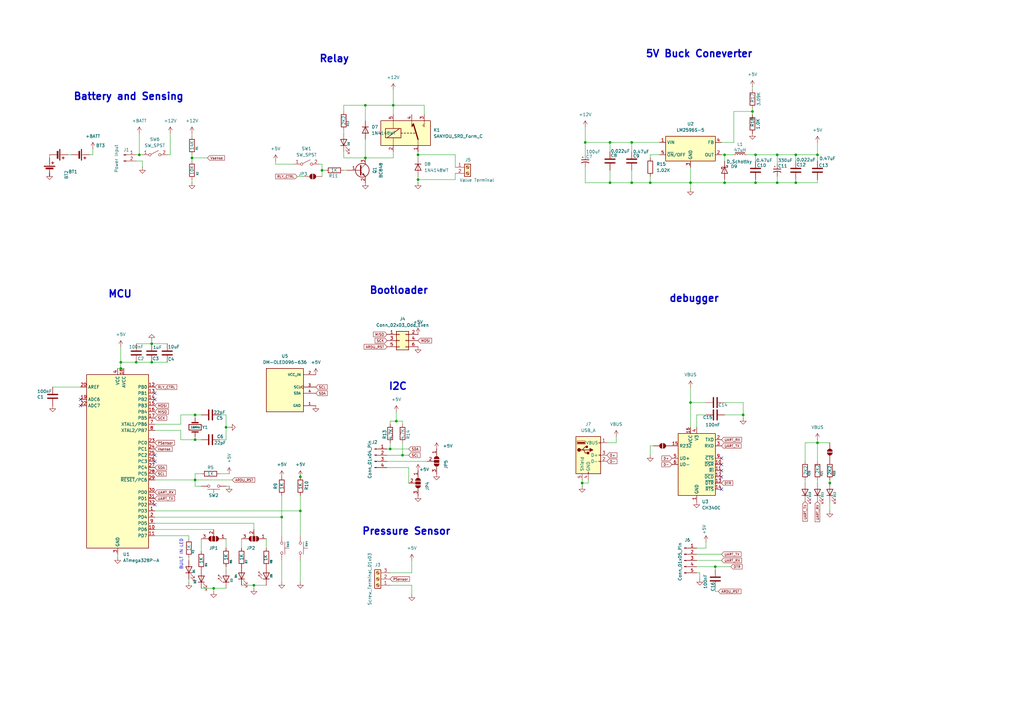
<source format=kicad_sch>
(kicad_sch (version 20250114) (generator "eeschema") (generator_version "9.0")
  (paper "A3")
  (text "Battery and Sensing" (at 29.972 41.402 0) (effects (font (size 2.921 2.921) (bold yes)) (justify left bottom)))
  (text "Pressure Sensor\n" (at 148.336 219.71 0) (effects (font (size 2.921 2.921) (bold yes)) (justify left bottom)))
  (text "MCU\n" (at 44.196 122.428 0) (effects (font (size 2.921 2.921) (bold yes)) (justify left bottom)))
  (text "debugger\n" (at 274.32 124.206 0) (effects (font (size 2.921 2.921) (bold yes)) (justify left bottom)))
  (text "5V Buck Coneverter\n" (at 264.668 23.876 0) (effects (font (size 2.921 2.921) (bold yes)) (justify left bottom)))
  (text "Bootloader" (at 151.384 120.904 0) (effects (font (size 2.921 2.921) (bold yes)) (justify left bottom)))
  (text "BUILT IN LED" (at 74.422 227.33 90) (effects (font (size 1.27 1.27))))
  (text "Relay\n" (at 130.81 25.908 0) (effects (font (size 2.921 2.921) (bold yes)) (justify left bottom)))
  (text "I2C\n" (at 159.258 160.274 0) (effects (font (size 2.921 2.921) (bold yes)) (justify left bottom)))
  (junction (at 87.63 241.3))
  (junction (at 162.56 172.72))
  (junction (at 80.01 196.85))
  (junction (at 104.14 240.03))
  (junction (at 149.86 64.77))
  (junction (at 57.15 63.5))
  (junction (at 259.08 74.93))
  (junction (at 78.74 64.77))
  (junction (at 80.01 180.34))
  (junction (at 259.08 58.42))
  (junction (at 160.02 184.15))
  (junction (at 266.7 74.93))
  (junction (at 123.19 195.58))
  (junction (at 340.36 198.12))
  (junction (at 149.86 43.18))
  (junction (at 132.08 69.85))
  (junction (at 165.1 186.69))
  (junction (at 308.61 45.72))
  (junction (at 335.28 63.5))
  (junction (at 326.39 74.93))
  (junction (at 309.88 74.93))
  (junction (at 171.45 73.66))
  (junction (at 250.19 58.42))
  (junction (at 240.03 58.42))
  (junction (at 161.29 43.18))
  (junction (at 297.18 63.5))
  (junction (at 80.01 170.18))
  (junction (at 283.21 74.93))
  (junction (at 304.8 170.18))
  (junction (at 171.45 63.5))
  (junction (at 250.19 74.93))
  (junction (at 335.28 181.61))
  (junction (at 318.77 63.5))
  (junction (at 62.23 140.97))
  (junction (at 293.37 232.41))
  (junction (at 318.77 74.93))
  (junction (at 92.71 175.26))
  (junction (at 55.88 148.59))
  (junction (at 297.18 74.93))
  (junction (at 49.53 151.13))
  (junction (at 49.53 148.59))
  (junction (at 309.88 63.5))
  (junction (at 283.21 165.1))
  (junction (at 238.76 198.12))
  (junction (at 123.19 209.55))
  (junction (at 326.39 63.5))
  (junction (at 62.23 148.59))
  (junction (at 115.57 212.09))
  (no_connect (at 63.5 189.23))
  (no_connect (at 295.91 195.58))
  (no_connect (at 295.91 187.96))
  (no_connect (at 295.91 193.04))
  (no_connect (at 33.02 166.37))
  (no_connect (at 33.02 163.83))
  (no_connect (at 295.91 190.5))
  (no_connect (at 63.5 186.69))
  (no_connect (at 63.5 161.29))
  (no_connect (at 63.5 163.83))
  (no_connect (at 295.91 200.66))
  (no_connect (at 63.5 207.01))
  (wire (pts (xy 109.22 220.98) (xy 109.22 224.79)))
  (wire (pts (xy 238.76 198.12) (xy 241.3 198.12)))
  (wire (pts (xy 77.47 219.71) (xy 77.47 220.98)))
  (wire (pts (xy 318.77 67.31) (xy 318.77 63.5)))
  (wire (pts (xy 297.18 170.18) (xy 304.8 170.18)))
  (wire (pts (xy 87.63 241.3) (xy 92.71 241.3)))
  (wire (pts (xy 90.17 170.18) (xy 92.71 170.18)))
  (wire (pts (xy 20.32 72.39) (xy 20.32 71.12)))
  (wire (pts (xy 49.53 151.13) (xy 50.8 151.13)))
  (wire (pts (xy 266.7 63.5) (xy 270.51 63.5)))
  (wire (pts (xy 309.88 63.5) (xy 306.07 63.5)))
  (wire (pts (xy 77.47 228.6) (xy 77.47 229.87)))
  (wire (pts (xy 63.5 212.09) (xy 115.57 212.09)))
  (wire (pts (xy 29.21 63.5) (xy 27.94 63.5)))
  (wire (pts (xy 287.02 234.95) (xy 285.75 234.95)))
  (wire (pts (xy 238.76 198.12) (xy 238.76 196.85)))
  (wire (pts (xy 293.37 233.68) (xy 293.37 232.41)))
  (wire (pts (xy 92.71 175.26) (xy 93.98 175.26)))
  (wire (pts (xy 123.19 209.55) (xy 123.19 219.71)))
  (wire (pts (xy 289.56 165.1) (xy 283.21 165.1)))
  (wire (pts (xy 285.75 170.18) (xy 285.75 175.26)))
  (wire (pts (xy 78.74 63.5) (xy 78.74 64.77)))
  (wire (pts (xy 58.42 63.5) (xy 57.15 63.5)))
  (wire (pts (xy 90.17 180.34) (xy 92.71 180.34)))
  (wire (pts (xy 162.56 172.72) (xy 165.1 172.72)))
  (wire (pts (xy 295.91 229.87) (xy 285.75 229.87)))
  (wire (pts (xy 162.56 168.91) (xy 162.56 172.72)))
  (wire (pts (xy 149.86 64.77) (xy 149.86 57.15)))
  (wire (pts (xy 123.19 203.2) (xy 123.19 209.55)))
  (wire (pts (xy 171.45 72.39) (xy 171.45 73.66)))
  (wire (pts (xy 62.23 140.97) (xy 68.58 140.97)))
  (wire (pts (xy 21.59 158.75) (xy 33.02 158.75)))
  (wire (pts (xy 92.71 180.34) (xy 92.71 175.26)))
  (wire (pts (xy 335.28 66.04) (xy 335.28 63.5)))
  (wire (pts (xy 161.29 43.18) (xy 173.99 43.18)))
  (wire (pts (xy 308.61 35.56) (xy 308.61 36.83)))
  (wire (pts (xy 304.8 165.1) (xy 304.8 170.18)))
  (wire (pts (xy 297.18 74.93) (xy 309.88 74.93)))
  (wire (pts (xy 130.81 67.31) (xy 132.08 67.31)))
  (wire (pts (xy 63.5 196.85) (xy 80.01 196.85)))
  (wire (pts (xy 300.99 45.72) (xy 300.99 58.42)))
  (wire (pts (xy 240.03 68.58) (xy 240.03 74.93)))
  (wire (pts (xy 318.77 74.93) (xy 318.77 72.39)))
  (wire (pts (xy 92.71 232.41) (xy 92.71 233.68)))
  (wire (pts (xy 140.97 53.34) (xy 140.97 54.61)))
  (wire (pts (xy 48.26 151.13) (xy 49.53 151.13)))
  (wire (pts (xy 58.42 66.04) (xy 55.88 66.04)))
  (wire (pts (xy 80.01 194.31) (xy 80.01 196.85)))
  (wire (pts (xy 121.92 72.39) (xy 124.46 72.39)))
  (wire (pts (xy 167.64 186.69) (xy 165.1 186.69)))
  (wire (pts (xy 160.02 184.15) (xy 167.64 184.15)))
  (wire (pts (xy 160.02 172.72) (xy 160.02 173.99)))
  (wire (pts (xy 80.01 170.18) (xy 74.168 170.18)))
  (wire (pts (xy 240.03 58.42) (xy 240.03 63.5)))
  (wire (pts (xy 78.74 54.61) (xy 78.74 55.88)))
  (wire (pts (xy 63.5 219.71) (xy 77.47 219.71)))
  (wire (pts (xy 63.5 214.63) (xy 104.14 214.63)))
  (wire (pts (xy 123.19 229.87) (xy 123.19 238.76)))
  (wire (pts (xy 78.74 64.77) (xy 85.09 64.77)))
  (wire (pts (xy 318.77 63.5) (xy 309.88 63.5)))
  (wire (pts (xy 113.03 67.31) (xy 113.03 66.04)))
  (wire (pts (xy 58.42 68.58) (xy 58.42 66.04)))
  (wire (pts (xy 38.1 63.5) (xy 38.1 60.96)))
  (wire (pts (xy 168.91 234.95) (xy 160.02 234.95)))
  (wire (pts (xy 140.97 69.85) (xy 142.24 69.85)))
  (wire (pts (xy 266.7 74.93) (xy 283.21 74.93)))
  (wire (pts (xy 68.58 63.5) (xy 69.85 63.5)))
  (wire (pts (xy 259.08 69.85) (xy 259.08 74.93)))
  (wire (pts (xy 330.2 181.61) (xy 330.2 189.23)))
  (wire (pts (xy 326.39 73.66) (xy 326.39 74.93)))
  (wire (pts (xy 240.03 74.93) (xy 250.19 74.93)))
  (wire (pts (xy 318.77 74.93) (xy 326.39 74.93)))
  (wire (pts (xy 80.01 180.34) (xy 74.168 180.34)))
  (wire (pts (xy 299.72 232.41) (xy 293.37 232.41)))
  (wire (pts (xy 240.03 52.07) (xy 240.03 58.42)))
  (wire (pts (xy 90.17 194.31) (xy 93.98 194.31)))
  (wire (pts (xy 308.61 45.72) (xy 308.61 46.99)))
  (wire (pts (xy 300.99 63.5) (xy 297.18 63.5)))
  (wire (pts (xy 289.56 170.18) (xy 285.75 170.18)))
  (wire (pts (xy 57.15 54.61) (xy 57.15 63.5)))
  (wire (pts (xy 165.1 172.72) (xy 165.1 173.99)))
  (wire (pts (xy 335.28 180.34) (xy 335.28 181.61)))
  (wire (pts (xy 140.97 43.18) (xy 149.86 43.18)))
  (wire (pts (xy 250.19 58.42) (xy 250.19 62.23)))
  (wire (pts (xy 171.45 62.23) (xy 171.45 63.5)))
  (wire (pts (xy 99.06 240.03) (xy 104.14 240.03)))
  (wire (pts (xy 287.02 237.49) (xy 287.02 234.95)))
  (wire (pts (xy 80.01 196.85) (xy 95.25 196.85)))
  (wire (pts (xy 158.75 186.69) (xy 165.1 186.69)))
  (wire (pts (xy 113.03 67.31) (xy 120.65 67.31)))
  (wire (pts (xy 165.1 181.61) (xy 165.1 186.69)))
  (wire (pts (xy 326.39 66.04) (xy 326.39 63.5)))
  (wire (pts (xy 55.88 148.59) (xy 62.23 148.59)))
  (wire (pts (xy 62.23 139.7) (xy 62.23 140.97)))
  (wire (pts (xy 171.45 63.5) (xy 171.45 64.77)))
  (wire (pts (xy 161.29 46.99) (xy 161.29 43.18)))
  (wire (pts (xy 267.97 182.88) (xy 266.7 182.88)))
  (wire (pts (xy 99.06 220.98) (xy 99.06 224.79)))
  (wire (pts (xy 132.08 72.39) (xy 132.08 69.85)))
  (wire (pts (xy 283.21 165.1) (xy 283.21 175.26)))
  (wire (pts (xy 171.45 74.93) (xy 171.45 73.66)))
  (wire (pts (xy 80.01 170.18) (xy 80.01 171.45)))
  (wire (pts (xy 78.74 73.66) (xy 78.74 74.93)))
  (wire (pts (xy 74.168 173.99) (xy 63.5 173.99)))
  (wire (pts (xy 186.69 68.58) (xy 186.69 63.5)))
  (wire (pts (xy 308.61 44.45) (xy 308.61 45.72)))
  (wire (pts (xy 80.01 170.18) (xy 82.55 170.18)))
  (wire (pts (xy 335.28 58.42) (xy 335.28 63.5)))
  (wire (pts (xy 63.5 209.55) (xy 123.19 209.55)))
  (wire (pts (xy 186.69 63.5) (xy 171.45 63.5)))
  (wire (pts (xy 309.88 73.66) (xy 309.88 74.93)))
  (wire (pts (xy 335.28 196.85) (xy 335.28 198.12)))
  (wire (pts (xy 160.02 240.03) (xy 168.91 240.03)))
  (wire (pts (xy 38.1 63.5) (xy 36.83 63.5)))
  (wire (pts (xy 266.7 64.77) (xy 266.7 63.5)))
  (wire (pts (xy 168.91 240.03) (xy 168.91 243.84)))
  (wire (pts (xy 123.19 194.31) (xy 123.19 195.58)))
  (wire (pts (xy 250.19 58.42) (xy 259.08 58.42)))
  (wire (pts (xy 49.53 148.59) (xy 49.53 151.13)))
  (wire (pts (xy 104.14 240.03) (xy 109.22 240.03)))
  (wire (pts (xy 149.86 64.77) (xy 161.29 64.77)))
  (wire (pts (xy 240.03 58.42) (xy 250.19 58.42)))
  (wire (pts (xy 80.01 180.34) (xy 82.55 180.34)))
  (wire (pts (xy 186.69 71.12) (xy 186.69 73.66)))
  (wire (pts (xy 49.53 142.24) (xy 49.53 148.59)))
  (wire (pts (xy 57.15 63.5) (xy 55.88 63.5)))
  (wire (pts (xy 340.36 196.85) (xy 340.36 198.12)))
  (wire (pts (xy 300.99 45.72) (xy 308.61 45.72)))
  (wire (pts (xy 115.57 229.87) (xy 115.57 238.76)))
  (wire (pts (xy 63.5 176.53) (xy 74.168 176.53)))
  (wire (pts (xy 49.53 148.59) (xy 55.88 148.59)))
  (wire (pts (xy 289.56 222.25) (xy 289.56 224.79)))
  (wire (pts (xy 158.75 191.77) (xy 167.64 191.77)))
  (wire (pts (xy 293.37 242.57) (xy 293.37 241.3)))
  (wire (pts (xy 104.14 214.63) (xy 104.14 217.17)))
  (wire (pts (xy 87.63 241.3) (xy 87.63 242.57)))
  (wire (pts (xy 80.01 179.07) (xy 80.01 180.34)))
  (wire (pts (xy 295.91 227.33) (xy 285.75 227.33)))
  (wire (pts (xy 80.01 199.39) (xy 82.55 199.39)))
  (wire (pts (xy 140.97 64.77) (xy 149.86 64.77)))
  (wire (pts (xy 80.01 199.39) (xy 80.01 196.85)))
  (wire (pts (xy 77.47 237.49) (xy 77.47 239.014)))
  (wire (pts (xy 266.7 72.39) (xy 266.7 74.93)))
  (wire (pts (xy 283.21 158.75) (xy 283.21 165.1)))
  (wire (pts (xy 283.21 74.93) (xy 297.18 74.93)))
  (wire (pts (xy 158.75 189.23) (xy 175.26 189.23)))
  (wire (pts (xy 160.02 184.15) (xy 158.75 184.15)))
  (wire (pts (xy 82.55 241.3) (xy 87.63 241.3)))
  (wire (pts (xy 250.19 74.93) (xy 259.08 74.93)))
  (wire (pts (xy 252.73 181.61) (xy 248.92 181.61)))
  (wire (pts (xy 20.32 64.77) (xy 20.32 63.5)))
  (wire (pts (xy 259.08 58.42) (xy 259.08 62.23)))
  (wire (pts (xy 92.71 199.39) (xy 93.98 199.39)))
  (wire (pts (xy 297.18 63.5) (xy 297.18 66.04)))
  (wire (pts (xy 326.39 63.5) (xy 318.77 63.5)))
  (wire (pts (xy 335.28 181.61) (xy 335.28 189.23)))
  (wire (pts (xy 297.18 73.66) (xy 297.18 74.93)))
  (wire (pts (xy 115.57 212.09) (xy 115.57 219.71)))
  (wire (pts (xy 132.08 67.31) (xy 132.08 69.85)))
  (wire (pts (xy 74.168 176.53) (xy 74.168 180.34)))
  (wire (pts (xy 283.21 77.47) (xy 283.21 74.93)))
  (wire (pts (xy 259.08 58.42) (xy 270.51 58.42)))
  (wire (pts (xy 238.76 199.39) (xy 238.76 198.12)))
  (wire (pts (xy 104.14 241.3) (xy 104.14 240.03)))
  (wire (pts (xy 168.91 229.87) (xy 168.91 234.95)))
  (wire (pts (xy 140.97 62.23) (xy 140.97 64.77)))
  (wire (pts (xy 266.7 182.88) (xy 266.7 186.69)))
  (wire (pts (xy 335.28 74.93) (xy 335.28 73.66)))
  (wire (pts (xy 294.64 242.57) (xy 293.37 242.57)))
  (wire (pts (xy 140.97 45.72) (xy 140.97 43.18)))
  (wire (pts (xy 63.5 217.17) (xy 87.63 217.17)))
  (wire (pts (xy 69.85 54.61) (xy 69.85 63.5)))
  (wire (pts (xy 149.86 43.18) (xy 149.86 49.53)))
  (wire (pts (xy 160.02 181.61) (xy 160.02 184.15)))
  (wire (pts (xy 300.99 58.42) (xy 295.91 58.42)))
  (wire (pts (xy 250.19 69.85) (xy 250.19 74.93)))
  (wire (pts (xy 92.71 220.98) (xy 92.71 224.79)))
  (wire (pts (xy 115.57 203.2) (xy 115.57 212.09)))
  (wire (pts (xy 335.28 181.61) (xy 340.36 181.61)))
  (wire (pts (xy 285.75 232.41) (xy 293.37 232.41)))
  (wire (pts (xy 283.21 68.58) (xy 283.21 74.93)))
  (wire (pts (xy 340.36 205.74) (xy 340.36 209.55)))
  (wire (pts (xy 160.02 172.72) (xy 162.56 172.72)))
  (wire (pts (xy 62.23 148.59) (xy 68.58 148.59)))
  (wire (pts (xy 297.18 165.1) (xy 304.8 165.1)))
  (wire (pts (xy 330.2 196.85) (xy 330.2 198.12)))
  (wire (pts (xy 92.71 170.18) (xy 92.71 175.26)))
  (wire (pts (xy 340.36 199.39) (xy 340.36 198.12)))
  (wire (pts (xy 241.3 198.12) (xy 241.3 196.85)))
  (wire (pts (xy 132.08 69.85) (xy 133.35 69.85)))
  (wire (pts (xy 252.73 179.07) (xy 252.73 181.61)))
  (wire (pts (xy 167.64 191.77) (xy 167.64 198.12)))
  (wire (pts (xy 80.01 194.31) (xy 82.55 194.31)))
  (wire (pts (xy 309.88 74.93) (xy 318.77 74.93)))
  (wire (pts (xy 330.2 181.61) (xy 335.28 181.61)))
  (wire (pts (xy 82.55 220.98) (xy 82.55 226.06)))
  (wire (pts (xy 335.28 63.5) (xy 326.39 63.5)))
  (wire (pts (xy 55.88 140.97) (xy 62.23 140.97)))
  (wire (pts (xy 74.168 170.18) (xy 74.168 173.99)))
  (wire (pts (xy 186.69 73.66) (xy 171.45 73.66)))
  (wire (pts (xy 259.08 74.93) (xy 266.7 74.93)))
  (wire (pts (xy 78.74 66.04) (xy 78.74 64.77)))
  (wire (pts (xy 161.29 62.23) (xy 161.29 64.77)))
  (wire (pts (xy 173.99 46.99) (xy 173.99 43.18)))
  (wire (pts (xy 309.88 66.04) (xy 309.88 63.5)))
  (wire (pts (xy 289.56 224.79) (xy 285.75 224.79)))
  (wire (pts (xy 304.8 170.18) (xy 304.8 171.45)))
  (wire (pts (xy 48.26 227.33) (xy 48.26 228.6)))
  (wire (pts (xy 295.91 63.5) (xy 297.18 63.5)))
  (wire (pts (xy 161.29 36.83) (xy 161.29 43.18)))
  (wire (pts (xy 149.86 43.18) (xy 161.29 43.18)))
  (wire (pts (xy 326.39 74.93) (xy 335.28 74.93)))
  (global_label "SCL" (shape input) (at 129.54 158.75 0) (effects (font (size 1 1))) (property "Intersheetrefs" "${INTERSHEET_REFS}" (effects (hide yes))))
  (global_label "SDA" (shape input) (at 129.54 161.29 0) (effects (font (size 1 1))) (property "Intersheetrefs" "${INTERSHEET_REFS}" (effects (hide yes))))
  (global_label "UART_TX" (shape input) (at 295.91 227.33 0) (effects (font (size 1 1))) (property "Intersheetrefs" "${INTERSHEET_REFS}" (effects (hide yes))))
  (global_label "Vsense" (shape input) (at 85.09 64.77 0) (effects (font (size 1 1))) (property "Intersheetrefs" "${INTERSHEET_REFS}" (effects (hide yes))))
  (global_label "ARDU_RST" (shape input) (at 158.75 142.24 180) (effects (font (size 1.016 1.016))) (property "Intersheetrefs" "${INTERSHEET_REFS}" (effects (hide yes))))
  (global_label "ARDU_RST" (shape input) (at 95.25 196.85 0) (effects (font (size 1 1))) (property "Intersheetrefs" "${INTERSHEET_REFS}" (effects (hide yes))))
  (global_label "RLY_CTRL" (shape input) (at 63.5 158.75 0) (effects (font (size 1.016 1.016))) (property "Intersheetrefs" "${INTERSHEET_REFS}" (effects (hide yes))))
  (global_label "SCL" (shape input) (at 63.5 194.31 0) (effects (font (size 1.016 1.016))) (property "Intersheetrefs" "${INTERSHEET_REFS}" (effects (hide yes))))
  (global_label "UART_TX" (shape input) (at 295.91 182.88 0) (effects (font (size 1 1))) (property "Intersheetrefs" "${INTERSHEET_REFS}" (effects (hide yes))))
  (global_label "PSensor" (shape input) (at 160.02 237.49 0) (effects (font (size 1 1))) (property "Intersheetrefs" "${INTERSHEET_REFS}" (effects (hide yes))))
  (global_label "UART_RX" (shape input) (at 335.28 205.74 270) (effects (font (size 1 1))) (property "Intersheetrefs" "${INTERSHEET_REFS}" (effects (hide yes))))
  (global_label "RLY_CTRL" (shape input) (at 121.92 72.39 180) (effects (font (size 1 1))) (property "Intersheetrefs" "${INTERSHEET_REFS}" (effects (hide yes))))
  (global_label "UART_TX" (shape input) (at 63.5 204.47 0) (effects (font (size 1.016 1.016))) (property "Intersheetrefs" "${INTERSHEET_REFS}" (effects (hide yes))))
  (global_label "MOSI" (shape input) (at 171.45 139.7 0) (effects (font (size 1.016 1.016))) (property "Intersheetrefs" "${INTERSHEET_REFS}" (effects (hide yes))))
  (global_label "MOSI" (shape input) (at 63.5 166.37 0) (effects (font (size 1.016 1.016))) (property "Intersheetrefs" "${INTERSHEET_REFS}" (effects (hide yes))))
  (global_label "Vsense" (shape input) (at 63.5 184.15 0) (effects (font (size 1.016 1.016))) (property "Intersheetrefs" "${INTERSHEET_REFS}" (effects (hide yes))))
  (global_label "DTR" (shape input) (at 299.72 232.41 0) (effects (font (size 1 1))) (property "Intersheetrefs" "${INTERSHEET_REFS}" (effects (hide yes))))
  (global_label "SDA" (shape input) (at 167.64 184.15 0) (effects (font (size 1 1))) (property "Intersheetrefs" "${INTERSHEET_REFS}" (effects (hide yes))))
  (global_label "SCK" (shape input) (at 63.5 171.45 0) (effects (font (size 1.016 1.016))) (property "Intersheetrefs" "${INTERSHEET_REFS}" (effects (hide yes))))
  (global_label "MISO" (shape input) (at 158.75 137.16 180) (effects (font (size 1.016 1.016))) (property "Intersheetrefs" "${INTERSHEET_REFS}" (effects (hide yes))))
  (global_label "D+" (shape input) (at 275.59 187.96 180) (effects (font (size 1 1))) (property "Intersheetrefs" "${INTERSHEET_REFS}" (effects (hide yes))))
  (global_label "SCK" (shape input) (at 158.75 139.7 180) (effects (font (size 1.016 1.016))) (property "Intersheetrefs" "${INTERSHEET_REFS}" (effects (hide yes))))
  (global_label "SCL" (shape input) (at 167.64 186.69 0) (effects (font (size 1 1))) (property "Intersheetrefs" "${INTERSHEET_REFS}" (effects (hide yes))))
  (global_label "ARDU_RST" (shape input) (at 294.64 242.57 0) (effects (font (size 1 1))) (property "Intersheetrefs" "${INTERSHEET_REFS}" (effects (hide yes))))
  (global_label "SDA" (shape input) (at 63.5 191.77 0) (effects (font (size 1.016 1.016))) (property "Intersheetrefs" "${INTERSHEET_REFS}" (effects (hide yes))))
  (global_label "PSensor" (shape input) (at 63.5 181.61 0) (effects (font (size 1.016 1.016))) (property "Intersheetrefs" "${INTERSHEET_REFS}" (effects (hide yes))))
  (global_label "MISO" (shape input) (at 63.5 168.91 0) (effects (font (size 1.016 1.016))) (property "Intersheetrefs" "${INTERSHEET_REFS}" (effects (hide yes))))
  (global_label "UART_RX" (shape input) (at 295.91 229.87 0) (effects (font (size 1 1))) (property "Intersheetrefs" "${INTERSHEET_REFS}" (effects (hide yes))))
  (global_label "DTR" (shape input) (at 295.91 198.12 0) (effects (font (size 1 1))) (property "Intersheetrefs" "${INTERSHEET_REFS}" (effects (hide yes))))
  (global_label "UART_RX" (shape input) (at 63.5 201.93 0) (effects (font (size 1.016 1.016))) (property "Intersheetrefs" "${INTERSHEET_REFS}" (effects (hide yes))))
  (global_label "D+" (shape input) (at 248.92 186.69 0) (effects (font (size 1 1))) (property "Intersheetrefs" "${INTERSHEET_REFS}" (effects (hide yes))))
  (global_label "UART_TX" (shape input) (at 330.2 205.74 270) (effects (font (size 1 1))) (property "Intersheetrefs" "${INTERSHEET_REFS}" (effects (hide yes))))
  (global_label "UART_RX" (shape input) (at 295.91 180.34 0) (effects (font (size 1 1))) (property "Intersheetrefs" "${INTERSHEET_REFS}" (effects (hide yes))))
  (global_label "D-" (shape input) (at 275.59 190.5 180) (effects (font (size 1 1))) (property "Intersheetrefs" "${INTERSHEET_REFS}" (effects (hide yes))))
  (global_label "D-" (shape input) (at 248.92 189.23 0) (effects (font (size 1 1))) (property "Intersheetrefs" "${INTERSHEET_REFS}" (effects (hide yes))))
  (symbol (lib_id "Device:R") (at 86.36 194.31 270) (unit 1)
    (property "Reference" "R5" (at 86.36 191.77 90))
    (property "Value" "1K" (at 86.36 194.31 90))
    (property "Footprint" "Resistor_SMD:R_0603_1608Metric" (effects (hide yes)))
    (property "LCSC" "C21190" (effects (hide yes)))
    (property "Order  Status" "Ordered" (effects (hide yes)))
    (property "Order Link" "https://shopee.ph/100pcs-0603-SMD-1-8W-chip-resistor-resistors-0-ohm-~-10M-0R-1K-4.7K-4K7-10K-100K-1-10-100-220-330-ohm-0R-1R-10R-100R-220R-330R-electronic-component-i.1274879578.26101945401?sp_atk=a238357b-041a-4ed0-b33c-ff60b12244f9&xptdk=a238357b-041a-4ed0-b33c-ff60b12244f9" (effects (hide yes)))
  )
  (symbol (lib_id "Device:R") (at 137.16 69.85 90) (unit 1)
    (property "Reference" "R11" (at 138.684 72.136 90) (effects (justify left)))
    (property "Value" "1K" (at 138.43 69.85 90) (effects (justify left)))
    (property "Footprint" "Resistor_SMD:R_0603_1608Metric" (effects (hide yes)))
    (property "Description" "Resistor" (effects (hide yes)))
    (property "Order  Status" "Ordered" (effects (hide yes)))
    (property "Order Link" "https://shopee.ph/100pcs-0603-SMD-1-8W-chip-resistor-resistors-0-ohm-~-10M-0R-1K-4.7K-4K7-10K-100K-1-10-100-220-330-ohm-0R-1R-10R-100R-220R-330R-electronic-component-i.1274879578.26101945401?sp_atk=a238357b-041a-4ed0-b33c-ff60b12244f9&xptdk=a238357b-041a-4ed0-b33c-ff60b12244f9" (effects (hide yes)))
  )
  (symbol (lib_id "Device:C") (at 62.23 144.78 0) (unit 1)
    (property "Reference" "C3" (at 62.484 147.066 0) (effects (justify left)))
    (property "Value" "1uF" (at 62.738 142.494 0) (effects (justify left)))
    (property "Footprint" "Capacitor_SMD:C_0603_1608Metric" (effects (hide yes)))
    (property "LCSC" "C52923" (effects (hide yes)))
    (property "Order  Status" "Ordered" (effects (hide yes)))
    (property "Order Link" "https://shopee.ph/500pcs-0805-Chip-Capacitors-SMD-22P-100P-102K1NF-103K-10NF-104K-0.1UF-i.1172373435.24160699467?sp_atk=628b2bb1-ae8b-4207-8fc9-beb5da2c166c&xptdk=628b2bb1-ae8b-4207-8fc9-beb5da2c166c" (effects (hide yes)))
  )
  (symbol (lib_id "power:GND") (at 62.23 139.7 180) (unit 1)
    (property "Reference" "#PWR06" (effects (hide yes)))
    (property "Value" "GND" (effects (hide yes)))
    (property "Description" "Power symbol creates a global label with name \"GND\" , ground" (effects (hide yes)))
  )
  (symbol (lib_id "Switch:SW_Push") (at 123.19 224.79 270) (mirror x) (unit 1)
    (property "Reference" "SW4" (at 125.73 223.012 0) (effects (font (size 0.762 0.762))))
    (property "Value" "SW_Push" (effects (hide yes)))
    (property "Footprint" "Button_Switch_THT:SW_PUSH_6mm_H9.5mm" (effects (hide yes)))
    (property "LCSC" "C2689642" (effects (hide yes)))
    (property "Order  Status" "Ordered" (effects (hide yes)))
    (property "Order Link" "https://shopee.ph/10PCS-3*6-3*4-4*4-SMD-Tactile-Tact-Push-Button-Switch-2Pin-4Pin-Touch-Micro-Switch-3x4x2-3x6x4.3-3x6x2.5-3x6x5-4x4x1.5-4*4*2.5-i.56540719.25129018555?sp_atk=07d1eefb-17b3-4dd1-9f9c-780a798bab70&xptdk=07d1eefb-17b3-4dd1-9f9c-780a798bab70" (effects (hide yes)))
  )
  (symbol (lib_id "power:GND") (at 285.75 205.74 0) (unit 1)
    (property "Reference" "#PWR043" (effects (hide yes)))
    (property "Value" "GND" (effects (hide yes)))
    (property "Description" "Power symbol creates a global label with name \"GND\" , ground" (effects (hide yes)))
  )
  (symbol (lib_id "power:+5V") (at 335.28 58.42 0) (unit 1)
    (property "Reference" "#PWR042" (effects (hide yes)))
    (property "Value" "+5V" (at 335.28 53.34 0))
    (property "Description" "Power symbol creates a global label with name \"+5V\"" (effects (hide yes)))
  )
  (symbol (lib_id "Device:LED") (at 140.97 58.42 90) (unit 1)
    (property "Reference" "D6" (at 143.002 58.166 0) (effects (font (size 0.762 0.762)) (justify right)))
    (property "Value" "LED" (effects (hide yes)))
    (property "Footprint" "LED_SMD:LED_0603_1608Metric" (effects (hide yes)))
    (property "LCSC" "C2297" (effects (hide yes)))
    (property "Order  Status" "Ordered" (effects (hide yes)))
    (property "Order Link" "https://shopee.ph/SMD-0805-1206-Led-Set-Kit-5-Colors-X20pcs-100pcs-Red-Green-Blue-Yellow-White-LED-Light-Diode-Free-Shipping!-KIT-i.487295469.12008658147?sp_atk=bddc83f1-a0ad-45bc-9eeb-fab376d6480c&xptdk=bddc83f1-a0ad-45bc-9eeb-fab376d6480c" (effects (hide yes)))
  )
  (symbol (lib_id "Device:R") (at 123.19 199.39 0) (unit 1)
    (property "Reference" "R10" (at 125.73 199.136 90))
    (property "Value" "1K" (at 123.19 199.39 90))
    (property "Footprint" "Resistor_SMD:R_0603_1608Metric" (effects (hide yes)))
    (property "LCSC" "C21190" (effects (hide yes)))
    (property "Order  Status" "Ordered" (effects (hide yes)))
    (property "Order Link" "https://shopee.ph/100pcs-0603-SMD-1-8W-chip-resistor-resistors-0-ohm-~-10M-0R-1K-4.7K-4K7-10K-100K-1-10-100-220-330-ohm-0R-1R-10R-100R-220R-330R-electronic-component-i.1274879578.26101945401?sp_atk=a238357b-041a-4ed0-b33c-ff60b12244f9&xptdk=a238357b-041a-4ed0-b33c-ff60b12244f9" (effects (hide yes)))
  )
  (symbol (lib_id "power:VBUS") (at 252.73 179.07 0) (mirror y) (unit 1)
    (property "Reference" "#PWR038" (effects (hide yes)))
    (property "Value" "VBUS" (at 252.73 173.99 0))
    (property "Description" "Power symbol creates a global label with name \"VBUS\"" (effects (hide yes)))
  )
  (symbol (lib_id "power:GND") (at 123.19 238.76 0) (unit 1)
    (property "Reference" "#PWR019" (effects (hide yes)))
    (property "Value" "GND" (effects (hide yes)))
    (property "Description" "Power symbol creates a global label with name \"GND\" , ground" (effects (hide yes)))
  )
  (symbol (lib_id "Device:LED") (at 335.28 201.93 90) (unit 1)
    (property "Reference" "D11" (at 337.312 201.676 0) (effects (font (size 0.762 0.762)) (justify right)))
    (property "Value" "LED" (effects (hide yes)))
    (property "Footprint" "LED_SMD:LED_0603_1608Metric" (effects (hide yes)))
    (property "LCSC" "C2297" (effects (hide yes)))
    (property "Order  Status" "Ordered" (effects (hide yes)))
    (property "Order Link" "https://shopee.ph/SMD-0805-1206-Led-Set-Kit-5-Colors-X20pcs-100pcs-Red-Green-Blue-Yellow-White-LED-Light-Diode-Free-Shipping!-KIT-i.487295469.12008658147?sp_atk=bddc83f1-a0ad-45bc-9eeb-fab376d6480c&xptdk=bddc83f1-a0ad-45bc-9eeb-fab376d6480c" (effects (hide yes)))
  )
  (symbol (lib_id "MCU_Microchip_ATmega:ATmega328P-A") (at 48.26 189.23 0) (unit 1)
    (property "Reference" "U1" (at 50.4541 227.33 0) (effects (justify left)))
    (property "Value" "ATmega328P-A" (at 50.4541 229.87 0) (effects (justify left)))
    (property "Footprint" "Package_QFP:TQFP-32_7x7mm_P0.8mm" (effects (hide yes)))
    (property "Datasheet" "http://ww1.microchip.com/downloads/en/DeviceDoc/ATmega328_P%20AVR%20MCU%20with%20picoPower%20Technology%20Data%20Sheet%2040001984A.pdf" (effects (hide yes)))
    (property "LCSC" "C14877" (effects (hide yes)))
    (property "Order  Status" "Ordered" (effects (hide yes)))
    (property "Order Link" "https://shopee.ph/MCXK-E-TQFP-32-ATMEGA328P-AU-ATMEGA328P-SOP32-Microcontroller-Integrated-Circuit-i.1212628285.25320235675?sp_atk=9afd2f90-f893-4465-9c7f-8e66aeed4d64&xptdk=9afd2f90-f893-4465-9c7f-8e66aeed4d64" (effects (hide yes)))
  )
  (symbol (lib_id "Switch:SW_SPST") (at 125.73 67.31 0) (unit 1)
    (property "Reference" "SW1" (at 125.73 60.96 0))
    (property "Value" "SW_SPST" (at 125.73 63.5 0))
    (property "Footprint" "Button_Switch_SMD:SW_DIP_SPSTx01_Slide_9.78x4.72mm_W8.61mm_P2.54mm" (effects (hide yes)))
    (property "Description" "Single Pole Single Throw (SPST) switch" (effects (hide yes)))
    (property "LCSC code" "https://www.lcsc.com/product-image/C600988.html" (effects (hide yes)))
  )
  (symbol (lib_id "power:+5V") (at 171.45 137.16 0) (mirror y) (unit 1)
    (property "Reference" "#PWR026" (effects (hide yes)))
    (property "Value" "+5V" (at 171.45 132.08 0))
    (property "Description" "Power symbol creates a global label with name \"+5V\"" (effects (hide yes)))
  )
  (symbol (lib_id "Connector:USB_A") (at 241.3 186.69 0) (unit 1)
    (property "Reference" "J7" (at 241.3 173.99 0))
    (property "Value" "USB_A" (at 241.3 176.53 0))
    (property "Footprint" "Connector_USB:USB_A_Connfly_DS1095" (effects (hide yes)))
    (property "Description" "USB Type A connector" (effects (hide yes)))
  )
  (symbol (lib_id "Device:R") (at 308.61 50.8 0) (unit 1)
    (property "Reference" "R18" (at 308.61 52.07 90) (effects (justify left)))
    (property "Value" "1.0K" (at 310.896 53.086 90) (effects (justify left)))
    (property "Footprint" "Resistor_SMD:R_0603_1608Metric" (effects (hide yes)))
    (property "Description" "1K 1206 1%" (effects (hide yes)))
  )
  (symbol (lib_id "power:+12V") (at 161.29 36.83 0) (unit 1)
    (property "Reference" "#PWR021" (effects (hide yes)))
    (property "Value" "+12V" (at 161.29 31.75 0))
    (property "Description" "Power symbol creates a global label with name \"+12V\"" (effects (hide yes)))
  )
  (symbol (lib_id "power:+12V") (at 240.03 52.07 0) (unit 1)
    (property "Reference" "#PWR032" (effects (hide yes)))
    (property "Value" "+12V" (at 240.03 46.99 0))
    (property "Description" "Power symbol creates a global label with name \"+12V\"" (effects (hide yes)))
  )
  (symbol (lib_id "Jumper:SolderJumper_3_Open") (at 104.14 220.98 180) (unit 1) (in_bom no)
    (property "Reference" "JP2" (at 102.87 224.79 0))
    (property "Value" "SolderJumper_3_Open" (effects (hide yes)))
    (property "Footprint" "Jumper:SolderJumper-3_P1.3mm_Open_Pad1.0x1.5mm" (effects (hide yes)))
    (property "Description" "Solder Jumper, 3-pole, open" (effects (hide yes)))
  )
  (symbol (lib_id "Relay:SANYOU_SRD_Form_C") (at 166.37 54.61 0) (unit 1)
    (property "Reference" "K1" (at 177.8 53.3399 0) (effects (justify left)))
    (property "Value" "SANYOU_SRD_Form_C" (at 177.8 55.8799 0) (effects (justify left)))
    (property "Footprint" "Relay_THT:Relay_SPDT_SANYOU_SRD_Series_Form_C" (effects (hide yes)))
    (property "Datasheet" "http://www.sanyourelay.ca/public/products/pdf/SRD.pdf" (effects (hide yes)))
    (property "Description" "Sanyo SRD relay, Single Pole Miniature Power Relay," (effects (hide yes)))
  )
  (symbol (lib_id "power:+BATT") (at 38.1 60.96 0) (unit 1)
    (property "Reference" "#PWR039" (effects (hide yes)))
    (property "Value" "+BATT" (at 38.1 55.88 0))
    (property "Description" "Power symbol creates a global label with name \"+BATT\"" (effects (hide yes)))
  )
  (symbol (lib_id "Jumper:SolderJumper_2_Open") (at 271.78 182.88 180) (unit 1) (in_bom no)
    (property "Reference" "JP6" (effects (hide yes)))
    (property "Value" "SolderJumper_2_Open" (effects (hide yes)))
    (property "Footprint" "Jumper:SolderJumper-2_P1.3mm_Open_Pad1.0x1.5mm" (effects (hide yes)))
    (property "Description" "Solder Jumper, 2-pole, open" (effects (hide yes)))
  )
  (symbol (lib_id "power:VBUS") (at 335.28 180.34 0) (unit 1)
    (property "Reference" "#PWR047" (effects (hide yes)))
    (property "Value" "VBUS" (at 335.28 175.26 0))
    (property "Description" "Power symbol creates a global label with name \"VBUS\"" (effects (hide yes)))
  )
  (symbol (lib_id "power:GND") (at 308.61 54.61 0) (unit 1)
    (property "Reference" "#PWR037" (effects (hide yes)))
    (property "Value" "GND" (effects (hide yes)))
    (property "Description" "Power symbol creates a global label with name \"GND\" , ground" (effects (hide yes)))
  )
  (symbol (lib_id "Jumper:SolderJumper_2_Open") (at 128.27 72.39 180) (unit 1) (in_bom no)
    (property "Reference" "JP3" (at 122.428 71.374 0) (effects (justify right)))
    (property "Value" "SolderJumper_2_Open" (effects (hide yes)))
    (property "Footprint" "Jumper:SolderJumper-2_P1.3mm_Open_RoundedPad1.0x1.5mm" (effects (hide yes)))
    (property "Description" "Solder Jumper, 2-pole, open" (effects (hide yes)))
  )
  (symbol (lib_id "power:+BATT") (at 57.15 54.61 0) (unit 1)
    (property "Reference" "#PWR049" (effects (hide yes)))
    (property "Value" "+BATT" (at 57.15 49.53 0))
    (property "Description" "Power symbol creates a global label with name \"+BATT\"" (effects (hide yes)))
  )
  (symbol (lib_id "LED:LD271") (at 92.71 236.22 90) (unit 1)
    (property "Reference" "D3" (at 94.996 237.236 0) (effects (font (size 0.762 0.762)) (justify right)))
    (property "Value" "LD271" (effects (hide yes)))
    (property "Footprint" "LED_THT:LED_D5.0mm_IRGrey" (effects (hide yes)))
    (property "Datasheet" "http://www.alliedelec.com/m/d/40788c34903a719969df15f1fbea1056.pdf" (effects (hide yes)))
    (property "Description" "940nm IR-LED, 5mm" (effects (hide yes)))
  )
  (symbol (lib_id "Connector:Screw_Terminal_01x02") (at 191.77 68.58 0) (unit 1)
    (property "Reference" "J5" (at 190.754 65.532 0) (effects (justify left)))
    (property "Value" "Valve Terminal" (at 188.468 73.914 0) (effects (justify left)))
    (property "Footprint" "Connector_PinSocket_2.54mm:PinSocket_1x02_P2.54mm_Vertical" (effects (hide yes)))
    (property "Description" "Generic screw terminal, single row, 01x02, script generated (kicad-library-utils/schlib/autogen/connector/)" (effects (hide yes)))
  )
  (symbol (lib_id "Device:R") (at 140.97 49.53 0) (unit 1)
    (property "Reference" "R12" (at 142.748 51.816 90) (effects (font (size 0.762 0.762)) (justify left)))
    (property "Value" "2K2" (at 140.97 51.308 90) (effects (justify left)))
    (property "Footprint" "Resistor_SMD:R_0603_1608Metric" (effects (hide yes)))
    (property "LCSC" "C21190" (effects (hide yes)))
    (property "Order  Status" "Ordered" (effects (hide yes)))
    (property "Order Link" "https://shopee.ph/100pcs-0603-SMD-1-8W-chip-resistor-resistors-0-ohm-~-10M-0R-1K-4.7K-4K7-10K-100K-1-10-100-220-330-ohm-0R-1R-10R-100R-220R-330R-electronic-component-i.1274879578.26101945401?sp_atk=a238357b-041a-4ed0-b33c-ff60b12244f9&xptdk=a238357b-041a-4ed0-b33c-ff60b12244f9" (effects (hide yes)))
  )
  (symbol (lib_id "power:GND") (at 171.45 203.2 0) (unit 1)
    (property "Reference" "#PWR029" (effects (hide yes)))
    (property "Value" "GND" (effects (hide yes)))
    (property "Description" "Power symbol creates a global label with name \"GND\" , ground" (effects (hide yes)))
  )
  (symbol (lib_id "Device:C") (at 55.88 144.78 0) (unit 1)
    (property "Reference" "C2" (at 56.388 147.066 0) (effects (justify left)))
    (property "Value" "100nF" (at 52.832 142.24 0) (effects (justify left)))
    (property "Footprint" "Capacitor_SMD:C_0603_1608Metric" (effects (hide yes)))
    (property "LCSC" " C60474" (effects (hide yes)))
    (property "Order  Status" "Ordered" (effects (hide yes)))
    (property "Order Link" "https://shopee.ph/500pcs-0805-Chip-Capacitors-SMD-22P-100P-102K1NF-103K-10NF-104K-0.1UF-i.1172373435.24160699467?sp_atk=628b2bb1-ae8b-4207-8fc9-beb5da2c166c&xptdk=628b2bb1-ae8b-4207-8fc9-beb5da2c166c" (effects (hide yes)))
  )
  (symbol (lib_id "Device:R") (at 99.06 228.6 0) (unit 1)
    (property "Reference" "R7" (at 101.092 231.14 90) (effects (font (size 0.762 0.762)) (justify left)))
    (property "Value" "1K" (at 99.06 229.87 90) (effects (justify left)))
    (property "Footprint" "Resistor_SMD:R_0603_1608Metric" (effects (hide yes)))
    (property "LCSC" "C21190" (effects (hide yes)))
    (property "Order  Status" "Ordered" (effects (hide yes)))
    (property "Order Link" "https://shopee.ph/100pcs-0603-SMD-1-8W-chip-resistor-resistors-0-ohm-~-10M-0R-1K-4.7K-4K7-10K-100K-1-10-100-220-330-ohm-0R-1R-10R-100R-220R-330R-electronic-component-i.1274879578.26101945401?sp_atk=a238357b-041a-4ed0-b33c-ff60b12244f9&xptdk=a238357b-041a-4ed0-b33c-ff60b12244f9" (effects (hide yes)))
  )
  (symbol (lib_id "power:GND") (at 20.32 71.12 0) (unit 1)
    (property "Reference" "#PWR035" (effects (hide yes)))
    (property "Value" "GND" (effects (hide yes)))
    (property "Description" "Power symbol creates a global label with name \"GND\" , ground" (effects (hide yes)))
  )
  (symbol (lib_id "Device:LED") (at 82.55 237.49 90) (unit 1)
    (property "Reference" "D2" (at 80.01 237.744 0) (effects (font (size 0.762 0.762)) (justify right)))
    (property "Value" "LED" (effects (hide yes)))
    (property "Footprint" "LED_SMD:LED_0603_1608Metric" (effects (hide yes)))
    (property "LCSC" "C2297" (effects (hide yes)))
    (property "Order  Status" "Ordered" (effects (hide yes)))
    (property "Order Link" "https://shopee.ph/SMD-0805-1206-Led-Set-Kit-5-Colors-X20pcs-100pcs-Red-Green-Blue-Yellow-White-LED-Light-Diode-Free-Shipping!-KIT-i.487295469.12008658147?sp_atk=bddc83f1-a0ad-45bc-9eeb-fab376d6480c&xptdk=bddc83f1-a0ad-45bc-9eeb-fab376d6480c" (effects (hide yes)))
  )
  (symbol (lib_id "Device:Battery_Cell") (at 20.32 69.85 0) (unit 1)
    (property "Reference" "BT1" (at 31.75 70.4216 0) (effects (justify right)))
    (property "Value" "Battery_Cell" (effects (hide yes)))
    (property "Footprint" "Battery:BatteryHolder_Keystone_1042_1x18650" (effects (hide yes)))
    (property "Description" "Single-cell battery" (effects (hide yes)))
  )
  (symbol (lib_id "Device:C") (at 86.36 170.18 90) (unit 1)
    (property "Reference" "C5" (at 91.44 171.45 90) (effects (justify left)))
    (property "Value" "22pF" (at 92.456 169.164 90) (effects (justify left)))
    (property "Footprint" "Capacitor_SMD:C_0603_1608Metric" (effects (hide yes)))
    (property "LCSC" "C96446" (effects (hide yes)))
    (property "Order  Status" "Ordered" (effects (hide yes)))
    (property "Order Link" "https://shopee.ph/500pcs-0805-Chip-Capacitors-SMD-22P-100P-102K1NF-103K-10NF-104K-0.1UF-i.1172373435.24160699467?sp_atk=628b2bb1-ae8b-4207-8fc9-beb5da2c166c&xptdk=628b2bb1-ae8b-4207-8fc9-beb5da2c166c" (effects (hide yes)))
  )
  (symbol (lib_id "Device:R") (at 109.22 228.6 0) (unit 1)
    (property "Reference" "R8" (at 111.252 231.14 90) (effects (font (size 0.762 0.762)) (justify left)))
    (property "Value" "1K" (at 108.966 230.124 90) (effects (justify left)))
    (property "Footprint" "Resistor_SMD:R_0603_1608Metric" (effects (hide yes)))
    (property "LCSC" "C21190" (effects (hide yes)))
    (property "Order  Status" "Ordered" (effects (hide yes)))
    (property "Order Link" "https://shopee.ph/100pcs-0603-SMD-1-8W-chip-resistor-resistors-0-ohm-~-10M-0R-1K-4.7K-4K7-10K-100K-1-10-100-220-330-ohm-0R-1R-10R-100R-220R-330R-electronic-component-i.1274879578.26101945401?sp_atk=a238357b-041a-4ed0-b33c-ff60b12244f9&xptdk=a238357b-041a-4ed0-b33c-ff60b12244f9" (effects (hide yes)))
  )
  (symbol (lib_id "Switch:SW_Push") (at 115.57 224.79 270) (mirror x) (unit 1)
    (property "Reference" "SW3" (at 118.11 223.266 0) (effects (font (size 0.762 0.762))))
    (property "Value" "SW_Push" (effects (hide yes)))
    (property "Footprint" "Button_Switch_THT:SW_PUSH_6mm_H9.5mm" (effects (hide yes)))
    (property "LCSC" "C2689642" (effects (hide yes)))
    (property "Order  Status" "Ordered" (effects (hide yes)))
    (property "Order Link" "https://shopee.ph/10PCS-3*6-3*4-4*4-SMD-Tactile-Tact-Push-Button-Switch-2Pin-4Pin-Touch-Micro-Switch-3x4x2-3x6x4.3-3x6x2.5-3x6x5-4x4x1.5-4*4*2.5-i.56540719.25129018555?sp_atk=07d1eefb-17b3-4dd1-9f9c-780a798bab70&xptdk=07d1eefb-17b3-4dd1-9f9c-780a798bab70" (effects (hide yes)))
  )
  (symbol (lib_id "Device:R") (at 308.61 40.64 0) (unit 1)
    (property "Reference" "R17" (at 308.61 42.164 90) (effects (justify left)))
    (property "Value" "3.09K" (at 311.15 43.434 90) (effects (justify left)))
    (property "Footprint" "Resistor_SMD:R_0603_1608Metric" (effects (hide yes)))
    (property "Description" "3.09K 1206 1%" (effects (hide yes)))
  )
  (symbol (lib_id "Device:C") (at 293.37 165.1 90) (mirror x) (unit 1)
    (property "Reference" "C14" (at 298.45 166.116 90) (effects (justify left)))
    (property "Value" "100nF" (effects (hide yes)))
    (property "Footprint" "Capacitor_SMD:C_0603_1608Metric" (effects (hide yes)))
    (property "LCSC" " C60474" (effects (hide yes)))
    (property "Order  Status" "Ordered" (effects (hide yes)))
    (property "Order Link" "https://shopee.ph/500pcs-0805-Chip-Capacitors-SMD-22P-100P-102K1NF-103K-10NF-104K-0.1UF-i.1172373435.24160699467?sp_atk=628b2bb1-ae8b-4207-8fc9-beb5da2c166c&xptdk=628b2bb1-ae8b-4207-8fc9-beb5da2c166c" (effects (hide yes)))
  )
  (symbol (lib_id "power:+5V") (at 113.03 66.04 0) (unit 1)
    (property "Reference" "#PWR015" (effects (hide yes)))
    (property "Value" "+5V" (at 113.03 60.96 0))
    (property "Description" "Power symbol creates a global label with name \"+5V\"" (effects (hide yes)))
  )
  (symbol (lib_id "power:GND") (at 283.21 77.47 0) (unit 1)
    (property "Reference" "#PWR033" (effects (hide yes)))
    (property "Value" "GND" (effects (hide yes)))
    (property "Description" "Power symbol creates a global label with name \"GND\" , ground" (effects (hide yes)))
  )
  (symbol (lib_id "Device:C") (at 293.37 170.18 270) (unit 1)
    (property "Reference" "C15" (at 288.29 171.196 90) (effects (justify left)))
    (property "Value" "100nF" (at 289.306 174.244 90) (effects (justify left)))
    (property "Footprint" "Capacitor_SMD:C_0603_1608Metric" (effects (hide yes)))
    (property "LCSC" " C60474" (effects (hide yes)))
    (property "Order  Status" "Ordered" (effects (hide yes)))
    (property "Order Link" "https://shopee.ph/500pcs-0805-Chip-Capacitors-SMD-22P-100P-102K1NF-103K-10NF-104K-0.1UF-i.1172373435.24160699467?sp_atk=628b2bb1-ae8b-4207-8fc9-beb5da2c166c&xptdk=628b2bb1-ae8b-4207-8fc9-beb5da2c166c" (effects (hide yes)))
  )
  (symbol (lib_id "power:+5V") (at 162.56 168.91 0) (unit 1)
    (property "Reference" "#PWR022" (effects (hide yes)))
    (property "Value" "+5V" (at 162.56 163.83 0))
    (property "Description" "Power symbol creates a global label with name \"+5V\"" (effects (hide yes)))
  )
  (symbol (lib_id "Device:LED") (at 330.2 201.93 90) (unit 1)
    (property "Reference" "D10" (at 332.232 201.676 0) (effects (font (size 0.762 0.762)) (justify right)))
    (property "Value" "LED" (effects (hide yes)))
    (property "Footprint" "LED_SMD:LED_0603_1608Metric" (effects (hide yes)))
    (property "LCSC" "C2297" (effects (hide yes)))
    (property "Order  Status" "Ordered" (effects (hide yes)))
    (property "Order Link" "https://shopee.ph/SMD-0805-1206-Led-Set-Kit-5-Colors-X20pcs-100pcs-Red-Green-Blue-Yellow-White-LED-Light-Diode-Free-Shipping!-KIT-i.487295469.12008658147?sp_atk=bddc83f1-a0ad-45bc-9eeb-fab376d6480c&xptdk=bddc83f1-a0ad-45bc-9eeb-fab376d6480c" (effects (hide yes)))
  )
  (symbol (lib_id "Interface_USB:CH340C") (at 285.75 190.5 0) (unit 1)
    (property "Reference" "U3" (at 287.8933 205.74 0) (effects (justify left)))
    (property "Value" "CH340C" (at 287.8933 208.28 0) (effects (justify left)))
    (property "Footprint" "Package_SO:SOIC-16_3.9x9.9mm_P1.27mm" (effects (hide yes)))
    (property "Datasheet" "https://datasheet.lcsc.com/szlcsc/Jiangsu-Qin-Heng-CH340C_C84681.pdf" (effects (hide yes)))
    (property "Description" "USB serial converter, crystal-less, UART, SOIC-16" (effects (hide yes)))
  )
  (symbol (lib_id "power:GND") (at 179.07 194.31 0) (unit 1)
    (property "Reference" "#PWR031" (effects (hide yes)))
    (property "Value" "GND" (effects (hide yes)))
    (property "Description" "Power symbol creates a global label with name \"GND\" , ground" (effects (hide yes)))
  )
  (symbol (lib_id "Device:C_Polarized_Small_US") (at 240.03 66.04 0) (unit 1)
    (property "Reference" "C7" (at 240.284 64.262 0) (effects (justify left)))
    (property "Value" "100uF" (at 240.284 62.23 0) (effects (justify left)))
    (property "Footprint" "Capacitor_SMD:CP_Elec_10x10.5" (effects (hide yes)))
    (property "Description" "Polarized capacitor, small US symbol" (effects (hide yes)))
  )
  (symbol (lib_id "Device:C") (at 309.88 69.85 0) (unit 1)
    (property "Reference" "C10" (at 310.388 67.818 0) (effects (justify left)))
    (property "Value" "0.47uF" (at 310.134 65.786 0) (effects (justify left)))
    (property "Footprint" "Capacitor_SMD:C_0603_1608Metric" (effects (hide yes)))
    (property "Description" "Unpolarized capacitor" (effects (hide yes)))
  )
  (symbol (lib_id "Diode:1N4148WT") (at 149.86 53.34 270) (unit 1)
    (property "Reference" "D7" (at 152.4 52.0699 90) (effects (justify left)))
    (property "Value" "1N4148WT" (at 152.4 54.6099 90) (effects (justify left)))
    (property "Footprint" "Diode_SMD:D_SOD-123" (effects (hide yes)))
    (property "Datasheet" "https://www.diodes.com/assets/Datasheets/ds30396.pdf" (effects (hide yes)))
    (property "Description" "75V 0.15A Fast switching Diode, SOD-523" (effects (hide yes)))
    (property "Sim.Device" "D" (effects (hide yes)))
    (property "Sim.Pins" "1=K 2=A" (effects (hide yes)))
  )
  (symbol (lib_id "power:GND") (at 238.76 199.39 0) (mirror y) (unit 1)
    (property "Reference" "#PWR034" (effects (hide yes)))
    (property "Value" "GND" (effects (hide yes)))
    (property "Description" "Power symbol creates a global label with name \"GND\" , ground" (effects (hide yes)))
  )
  (symbol (lib_id "Device:C_Polarized_Small_US") (at 318.77 69.85 0) (unit 1)
    (property "Reference" "C11" (at 319.024 68.072 0) (effects (justify left)))
    (property "Value" "330uF" (at 319.024 65.786 0) (effects (justify left)))
    (property "Footprint" "Capacitor_SMD:CP_Elec_10x12.5" (effects (hide yes)))
    (property "Description" "0.06ohm, 35V" (effects (hide yes)))
  )
  (symbol (lib_id "Connector:Screw_Terminal_01x03") (at 154.94 237.49 180) (unit 1)
    (property "Reference" "J3" (at 154.94 231.648 0))
    (property "Value" "Screw_Terminal_01x03" (at 151.638 237.49 90))
    (property "Footprint" "Connector_PinSocket_2.54mm:PinSocket_1x03_P2.54mm_Vertical" (effects (hide yes)))
    (property "Description" "Generic screw terminal, single row, 01x03, script generated (kicad-library-utils/schlib/autogen/connector/)" (effects (hide yes)))
  )
  (symbol (lib_id "power:GND") (at 171.45 74.93 0) (unit 1)
    (property "Reference" "#PWR025" (effects (hide yes)))
    (property "Value" "GND" (effects (hide yes)))
    (property "Description" "Power symbol creates a global label with name \"GND\" , ground" (effects (hide yes)))
  )
  (symbol (lib_id "power:+5V") (at 123.19 195.58 0) (mirror y) (unit 1)
    (property "Reference" "#PWR018" (effects (hide yes)))
    (property "Value" "+5V" (at 123.19 190.5 0))
    (property "Description" "Power symbol creates a global label with name \"+5V\"" (effects (hide yes)))
  )
  (symbol (lib_id "power:+5V") (at 93.98 194.31 0) (mirror y) (unit 1)
    (property "Reference" "#PWR012" (effects (hide yes)))
    (property "Value" "+5V" (at 93.9799 189.992 90) (effects (justify left)))
    (property "Description" "Power symbol creates a global label with name \"+5V\"" (effects (hide yes)))
  )
  (symbol (lib_id "power:GND") (at 266.7 186.69 0) (unit 1)
    (property "Reference" "#PWR040" (effects (hide yes)))
    (property "Value" "GND" (effects (hide yes)))
    (property "Description" "Power symbol creates a global label with name \"GND\" , ground" (effects (hide yes)))
  )
  (symbol (lib_id "Connector:Conn_01x02_Pin") (at 50.8 63.5 0) (unit 1)
    (property "Reference" "J1" (at 51.816 61.468 0))
    (property "Value" "Power Input" (at 47.752 65.024 90))
    (property "Footprint" "Connector_JST:JST_PH_B2B-PH-K_1x02_P2.00mm_Vertical" (effects (hide yes)))
    (property "Description" "Generic connector, single row, 01x02, script generated" (effects (hide yes)))
  )
  (symbol (lib_id "Device:R") (at 340.36 193.04 0) (unit 1)
    (property "Reference" "R22" (at 342.138 195.326 90) (effects (font (size 0.762 0.762)) (justify left)))
    (property "Value" "2K2" (at 340.36 194.818 90) (effects (justify left)))
    (property "Footprint" "Resistor_SMD:R_0603_1608Metric" (effects (hide yes)))
    (property "LCSC" "C21190" (effects (hide yes)))
    (property "Order  Status" "Ordered" (effects (hide yes)))
    (property "Order Link" "https://shopee.ph/100pcs-0603-SMD-1-8W-chip-resistor-resistors-0-ohm-~-10M-0R-1K-4.7K-4K7-10K-100K-1-10-100-220-330-ohm-0R-1R-10R-100R-220R-330R-electronic-component-i.1274879578.26101945401?sp_atk=a238357b-041a-4ed0-b33c-ff60b12244f9&xptdk=a238357b-041a-4ed0-b33c-ff60b12244f9" (effects (hide yes)))
  )
  (symbol (lib_id "Device:LED") (at 340.36 201.93 90) (unit 1)
    (property "Reference" "D12" (at 342.392 201.676 0) (effects (font (size 0.762 0.762)) (justify right)))
    (property "Value" "LED" (effects (hide yes)))
    (property "Footprint" "LED_SMD:LED_0603_1608Metric" (effects (hide yes)))
    (property "LCSC" "C2297" (effects (hide yes)))
    (property "Order  Status" "Ordered" (effects (hide yes)))
    (property "Order Link" "https://shopee.ph/SMD-0805-1206-Led-Set-Kit-5-Colors-X20pcs-100pcs-Red-Green-Blue-Yellow-White-LED-Light-Diode-Free-Shipping!-KIT-i.487295469.12008658147?sp_atk=bddc83f1-a0ad-45bc-9eeb-fab376d6480c&xptdk=bddc83f1-a0ad-45bc-9eeb-fab376d6480c" (effects (hide yes)))
  )
  (symbol (lib_id "power:+5V") (at 179.07 184.15 0) (unit 1)
    (property "Reference" "#PWR030" (effects (hide yes)))
    (property "Value" "+5V" (at 181.61 182.8799 0) (effects (justify left)))
    (property "Description" "Power symbol creates a global label with name \"+5V\"" (effects (hide yes)))
  )
  (symbol (lib_id "power:GND") (at 87.63 242.57 0) (unit 1)
    (property "Reference" "#PWR010" (effects (hide yes)))
    (property "Value" "GND" (effects (hide yes)))
    (property "Description" "Power symbol creates a global label with name \"GND\" , ground" (effects (hide yes)))
  )
  (symbol (lib_id "power:GND") (at 340.36 209.55 0) (unit 1)
    (property "Reference" "#PWR048" (effects (hide yes)))
    (property "Value" "GND" (effects (hide yes)))
    (property "Description" "Power symbol creates a global label with name \"GND\" , ground" (effects (hide yes)))
  )
  (symbol (lib_id "Connector:Conn_01x04_Pin") (at 153.67 186.69 0) (unit 1)
    (property "Reference" "J2" (at 153.67 181.356 0))
    (property "Value" "Conn_01x04_Pin" (at 151.638 188.468 90))
    (property "Footprint" "Connector_PinSocket_2.54mm:PinSocket_1x04_P2.54mm_Vertical" (effects (hide yes)))
    (property "Description" "Generic connector, single row, 01x04, script generated" (effects (hide yes)))
  )
  (symbol (lib_id "Device:C") (at 293.37 237.49 0) (mirror y) (unit 1)
    (property "Reference" "C16" (at 292.354 242.57 90) (effects (justify left)))
    (property "Value" "100nF" (at 289.306 241.554 90) (effects (justify left)))
    (property "Footprint" "Capacitor_SMD:C_0603_1608Metric" (effects (hide yes)))
    (property "LCSC" " C60474" (effects (hide yes)))
    (property "Order  Status" "Ordered" (effects (hide yes)))
    (property "Order Link" "https://shopee.ph/500pcs-0805-Chip-Capacitors-SMD-22P-100P-102K1NF-103K-10NF-104K-0.1UF-i.1172373435.24160699467?sp_atk=628b2bb1-ae8b-4207-8fc9-beb5da2c166c&xptdk=628b2bb1-ae8b-4207-8fc9-beb5da2c166c" (effects (hide yes)))
  )
  (symbol (lib_id "Device:Crystal") (at 80.01 175.26 90) (unit 1)
    (property "Reference" "Y1" (at 82.804 175.26 90) (effects (justify right)))
    (property "Value" "16MHz" (at 78.232 175.26 90) (effects (font (size 0.762 0.762)) (justify right)))
    (property "Footprint" "Crystal:Crystal_HC49-4H_Vertical" (effects (hide yes)))
    (property "Description" "Two pin crystal" (effects (hide yes)))
    (property "Order Link" "https://shopee.ph/10Pcs-Crystal-Oscillator-HC49S-Quartz-Crystal-Resonator-Passive-Oscillator-4Mhz-6Mhz-8Mhz-12Mhz-16Mhz-20Mhz-24Mhz-32.768K-32.768K-i.720292301.18524620480?sp_atk=304058d8-92f2-4ed8-b12a-30e237e006ba&xptdk=304058d8-92f2-4ed8-b12a-30e237e006ba" (effects (hide yes)))
    (property "Order  Status" "Ordered" (effects (hide yes)))
  )
  (symbol (lib_id "power:GND") (at 78.74 74.93 0) (unit 1)
    (property "Reference" "#PWR08" (effects (hide yes)))
    (property "Value" "GND" (effects (hide yes)))
    (property "Description" "Power symbol creates a global label with name \"GND\" , ground" (effects (hide yes)))
  )
  (symbol (lib_id "Device:R") (at 92.71 228.6 0) (unit 1)
    (property "Reference" "R6" (at 94.742 231.14 90) (effects (font (size 0.762 0.762)) (justify left)))
    (property "Value" "1K" (at 92.71 229.87 90) (effects (justify left)))
    (property "Footprint" "Resistor_SMD:R_0603_1608Metric" (effects (hide yes)))
    (property "LCSC" "C21190" (effects (hide yes)))
    (property "Order  Status" "Ordered" (effects (hide yes)))
    (property "Order Link" "https://shopee.ph/100pcs-0603-SMD-1-8W-chip-resistor-resistors-0-ohm-~-10M-0R-1K-4.7K-4K7-10K-100K-1-10-100-220-330-ohm-0R-1R-10R-100R-220R-330R-electronic-component-i.1274879578.26101945401?sp_atk=a238357b-041a-4ed0-b33c-ff60b12244f9&xptdk=a238357b-041a-4ed0-b33c-ff60b12244f9" (effects (hide yes)))
  )
  (symbol (lib_id "Device:R") (at 330.2 193.04 0) (unit 1)
    (property "Reference" "R20" (at 331.978 195.326 90) (effects (font (size 0.762 0.762)) (justify left)))
    (property "Value" "2K2" (at 330.454 194.818 90) (effects (justify left)))
    (property "Footprint" "Resistor_SMD:R_0603_1608Metric" (effects (hide yes)))
    (property "LCSC" "C21190" (effects (hide yes)))
    (property "Order  Status" "Ordered" (effects (hide yes)))
    (property "Order Link" "https://shopee.ph/100pcs-0603-SMD-1-8W-chip-resistor-resistors-0-ohm-~-10M-0R-1K-4.7K-4K7-10K-100K-1-10-100-220-330-ohm-0R-1R-10R-100R-220R-330R-electronic-component-i.1274879578.26101945401?sp_atk=a238357b-041a-4ed0-b33c-ff60b12244f9&xptdk=a238357b-041a-4ed0-b33c-ff60b12244f9" (effects (hide yes)))
  )
  (symbol (lib_id "power:GND") (at 48.26 228.6 0) (unit 1)
    (property "Reference" "#PWR03" (effects (hide yes)))
    (property "Value" "GND" (effects (hide yes)))
    (property "Description" "Power symbol creates a global label with name \"GND\" , ground" (effects (hide yes)))
  )
  (symbol (lib_id "Device:R") (at 78.74 69.85 180) (unit 1)
    (property "Reference" "R2" (at 81.026 70.358 90) (effects (font (size 0.762 0.762)) (justify left)))
    (property "Value" "10K" (at 78.74 67.818 90) (effects (justify left)))
    (property "Footprint" "Resistor_SMD:R_0603_1608Metric" (effects (hide yes)))
    (property "LCSC" "C23162" (effects (hide yes)))
    (property "Order  Status" "Ordered" (effects (hide yes)))
    (property "Order Link" "https://shopee.ph/100pcs-0603-SMD-1-8W-chip-resistor-resistors-0-ohm-~-10M-0R-1K-4.7K-4K7-10K-100K-1-10-100-220-330-ohm-0R-1R-10R-100R-220R-330R-electronic-component-i.1274879578.26101945401?sp_atk=a238357b-041a-4ed0-b33c-ff60b12244f9&xptdk=a238357b-041a-4ed0-b33c-ff60b12244f9" (effects (hide yes)))
  )
  (symbol (lib_id "Device:R") (at 335.28 193.04 0) (unit 1)
    (property "Reference" "R21" (at 337.058 195.326 90) (effects (font (size 0.762 0.762)) (justify left)))
    (property "Value" "2K2" (at 335.28 194.31 90) (effects (justify left)))
    (property "Footprint" "Resistor_SMD:R_0603_1608Metric" (effects (hide yes)))
    (property "LCSC" "C21190" (effects (hide yes)))
    (property "Order  Status" "Ordered" (effects (hide yes)))
    (property "Order Link" "https://shopee.ph/100pcs-0603-SMD-1-8W-chip-resistor-resistors-0-ohm-~-10M-0R-1K-4.7K-4K7-10K-100K-1-10-100-220-330-ohm-0R-1R-10R-100R-220R-330R-electronic-component-i.1274879578.26101945401?sp_atk=a238357b-041a-4ed0-b33c-ff60b12244f9&xptdk=a238357b-041a-4ed0-b33c-ff60b12244f9" (effects (hide yes)))
  )
  (symbol (lib_id "Device:R") (at 78.74 59.69 180) (unit 1)
    (property "Reference" "R1" (at 80.772 59.944 90) (effects (font (size 0.762 0.762)) (justify left)))
    (property "Value" "14K" (at 78.74 57.658 90) (effects (justify left)))
    (property "Footprint" "Resistor_SMD:R_0603_1608Metric" (effects (hide yes)))
    (property "LCSC" "C23162" (effects (hide yes)))
    (property "Order  Status" "Ordered" (effects (hide yes)))
    (property "Order Link" "https://shopee.ph/100pcs-0603-SMD-1-8W-chip-resistor-resistors-0-ohm-~-10M-0R-1K-4.7K-4K7-10K-100K-1-10-100-220-330-ohm-0R-1R-10R-100R-220R-330R-electronic-component-i.1274879578.26101945401?sp_atk=a238357b-041a-4ed0-b33c-ff60b12244f9&xptdk=a238357b-041a-4ed0-b33c-ff60b12244f9" (effects (hide yes)))
  )
  (symbol (lib_id "power:+5V") (at 115.57 195.58 0) (mirror y) (unit 1)
    (property "Reference" "#PWR016" (effects (hide yes)))
    (property "Value" "+5V" (at 115.57 190.5 0))
    (property "Description" "Power symbol creates a global label with name \"+5V\"" (effects (hide yes)))
  )
  (symbol (lib_id "power:GND") (at 93.98 199.39 0) (unit 1)
    (property "Reference" "#PWR013" (effects (hide yes)))
    (property "Value" "GND" (effects (hide yes)))
    (property "Description" "Power symbol creates a global label with name \"GND\" , ground" (effects (hide yes)))
  )
  (symbol (lib_id "Device:C") (at 68.58 144.78 0) (unit 1)
    (property "Reference" "C4" (at 68.834 147.32 0) (effects (justify left)))
    (property "Value" "10uF" (at 68.834 142.24 0) (effects (justify left)))
    (property "Footprint" "Capacitor_SMD:C_0603_1608Metric" (effects (hide yes)))
    (property "LCSC" "C96446" (effects (hide yes)))
    (property "Order  Status" "Ordered" (effects (hide yes)))
    (property "Order Link" "https://shopee.ph/500pcs-0805-Chip-Capacitors-SMD-22P-100P-102K1NF-103K-10NF-104K-0.1UF-i.1172373435.24160699467?sp_atk=628b2bb1-ae8b-4207-8fc9-beb5da2c166c&xptdk=628b2bb1-ae8b-4207-8fc9-beb5da2c166c" (effects (hide yes)))
  )
  (symbol (lib_id "Diode:1N4148WT") (at 171.45 68.58 270) (unit 1)
    (property "Reference" "D8" (at 173.99 67.3099 90) (effects (justify left)))
    (property "Value" "1N4148WT" (at 173.99 69.8499 90) (effects (justify left)))
    (property "Footprint" "Diode_SMD:D_SOD-123" (effects (hide yes)))
    (property "Datasheet" "https://www.diodes.com/assets/Datasheets/ds30396.pdf" (effects (hide yes)))
    (property "Description" "75V 0.15A Fast switching Diode, SOD-523" (effects (hide yes)))
    (property "Sim.Device" "D" (effects (hide yes)))
    (property "Sim.Pins" "1=K 2=A" (effects (hide yes)))
  )
  (symbol (lib_id "Device:D_Schottky") (at 297.18 69.85 270) (unit 1)
    (property "Reference" "D9" (at 299.72 68.2624 90) (effects (justify left)))
    (property "Value" "D_Schottky" (at 297.942 66.294 90) (effects (justify left)))
    (property "Footprint" "Diode_SMD:D_SMC" (effects (hide yes)))
    (property "Description" "Schottky diode" (effects (hide yes)))
  )
  (symbol (lib_id "DM-OLED096-636:DM-OLED096-636") (at 116.84 161.29 0) (unit 1)
    (property "Reference" "U5" (at 116.84 146.05 0))
    (property "Value" "DM-OLED096-636" (at 116.84 148.59 0))
    (property "Footprint" "DM-OLED096-636:MODULE_DM-OLED096-636" (effects (hide yes)))
    (property "MF" "Display Module" (effects (hide yes)))
    (property "MAXIMUM_PACKAGE_HEIGHT" "11.3 mm" (effects (hide yes)))
    (property "Package" "Package" (effects (hide yes)))
    (property "Price" "None" (effects (hide yes)))
    (property "Check_prices" "https://www.snapeda.com/parts/DM-OLED096-636/Display+Module/view-part/?ref=eda" (effects (hide yes)))
    (property "STANDARD" "Manufacturer Recommendations" (effects (hide yes)))
    (property "PARTREV" "2018-09-10" (effects (hide yes)))
    (property "SnapEDA_Link" "https://www.snapeda.com/parts/DM-OLED096-636/Display+Module/view-part/?ref=snap" (effects (hide yes)))
    (property "MP" "DM-OLED096-636" (effects (hide yes)))
    (property "Description_1" "0.96” 128 X 64 MONOCHROME GRAPHIC OLED DISPLAY MODULE - I2C" (effects (hide yes)))
    (property "Availability" "Not in stock" (effects (hide yes)))
    (property "MANUFACTURER" "Displaymodule" (effects (hide yes)))
  )
  (symbol (lib_id "power:GND") (at 93.98 175.26 90) (unit 1)
    (property "Reference" "#PWR011" (effects (hide yes)))
    (property "Value" "GND" (effects (hide yes)))
    (property "Description" "Power symbol creates a global label with name \"GND\" , ground" (effects (hide yes)))
  )
  (symbol (lib_id "Jumper:SolderJumper_2_Open") (at 340.36 185.42 90) (unit 1) (in_bom no)
    (property "Reference" "JP7" (effects (hide yes)))
    (property "Value" "SolderJumper_2_Open" (effects (hide yes)))
    (property "Footprint" "Jumper:SolderJumper-2_P1.3mm_Open_Pad1.0x1.5mm" (effects (hide yes)))
    (property "Description" "Solder Jumper, 2-pole, open" (effects (hide yes)))
  )
  (symbol (lib_id "power:GND") (at 171.45 142.24 0) (unit 1)
    (property "Reference" "#PWR027" (effects (hide yes)))
    (property "Value" "GND" (effects (hide yes)))
    (property "Description" "Power symbol creates a global label with name \"GND\" , ground" (effects (hide yes)))
  )
  (symbol (lib_id "power:+5V") (at 308.61 35.56 0) (unit 1)
    (property "Reference" "#PWR036" (effects (hide yes)))
    (property "Value" "+5V" (at 308.61 30.48 0))
    (property "Description" "Power symbol creates a global label with name \"+5V\"" (effects (hide yes)))
  )
  (symbol (lib_id "Device:R") (at 77.47 224.79 0) (unit 1)
    (property "Reference" "R3" (at 79.248 227.076 90) (effects (font (size 0.762 0.762)) (justify left)))
    (property "Value" "1K" (at 77.47 226.06 90) (effects (justify left)))
    (property "Footprint" "Resistor_SMD:R_0603_1608Metric" (effects (hide yes)))
    (property "LCSC" "C21190" (effects (hide yes)))
    (property "Order  Status" "Ordered" (effects (hide yes)))
    (property "Order Link" "https://shopee.ph/100pcs-0603-SMD-1-8W-chip-resistor-resistors-0-ohm-~-10M-0R-1K-4.7K-4K7-10K-100K-1-10-100-220-330-ohm-0R-1R-10R-100R-220R-330R-electronic-component-i.1274879578.26101945401?sp_atk=a238357b-041a-4ed0-b33c-ff60b12244f9&xptdk=a238357b-041a-4ed0-b33c-ff60b12244f9" (effects (hide yes)))
  )
  (symbol (lib_id "power:+5V") (at 289.56 222.25 0) (mirror y) (unit 1)
    (property "Reference" "#PWR045" (effects (hide yes)))
    (property "Value" "+5V" (at 288.798 219.202 90) (effects (justify left)))
    (property "Description" "Power symbol creates a global label with name \"+5V\"" (effects (hide yes)))
  )
  (symbol (lib_id "power:GND") (at 115.57 238.76 0) (unit 1)
    (property "Reference" "#PWR017" (effects (hide yes)))
    (property "Value" "GND" (effects (hide yes)))
    (property "Description" "Power symbol creates a global label with name \"GND\" , ground" (effects (hide yes)))
  )
  (symbol (lib_id "Device:Battery_Cell") (at 31.75 63.5 270) (unit 1)
    (property "Reference" "BT3" (at 41.2115 59.69 90))
    (property "Value" "Battery_Cell" (effects (hide yes)))
    (property "Footprint" "Battery:BatteryHolder_Keystone_1042_1x18650" (effects (hide yes)))
    (property "Description" "Single-cell battery" (effects (hide yes)))
  )
  (symbol (lib_id "Transistor_BJT:BC848") (at 147.32 69.85 0) (unit 1)
    (property "Reference" "Q1" (at 153.67 69.85 90))
    (property "Value" "BC848" (at 156.21 69.85 90))
    (property "Footprint" "Package_TO_SOT_SMD:SOT-23-3" (effects (hide yes)))
    (property "Datasheet" "http://www.infineon.com/dgdl/Infineon-BC847SERIES_BC848SERIES_BC849SERIES_BC850SERIES-DS-v01_01-en.pdf?fileId=db3a304314dca389011541d4630a1657" (effects (hide yes)))
    (property "Description" "0.1A Ic, 30V Vce, NPN Transistor, SOT-23" (effects (hide yes)))
    (property "Order Link" "https://shopee.ph/100PCS-BC848B-BC848-SOT23-SOT-SMD-SOT-23-SOT23-3-1K-transistor-New-original-i.869092178.19671310988?sp_atk=52f1b08d-7572-4357-8f8f-818e554d4516&xptdk=52f1b08d-7572-4357-8f8f-818e554d4516" (effects (hide yes)))
    (property "Order  Status" "Ordered" (effects (hide yes)))
  )
  (symbol (lib_id "Jumper:SolderJumper_3_Open") (at 87.63 220.98 180) (unit 1) (in_bom no)
    (property "Reference" "JP1" (at 87.63 224.79 0))
    (property "Value" "SolderJumper_3_Open" (effects (hide yes)))
    (property "Footprint" "Jumper:SolderJumper-3_P1.3mm_Open_Pad1.0x1.5mm" (effects (hide yes)))
    (property "Description" "Solder Jumper, 3-pole, open" (effects (hide yes)))
  )
  (symbol (lib_id "Device:R") (at 165.1 177.8 180) (unit 1)
    (property "Reference" "R14" (at 167.386 176.276 90) (effects (justify left)))
    (property "Value" "4.7K" (at 165.1 175.768 90) (effects (justify left)))
    (property "Footprint" "Resistor_SMD:R_0603_1608Metric" (effects (hide yes)))
    (property "LCSC" "C23162" (effects (hide yes)))
    (property "Order  Status" "Ordered" (effects (hide yes)))
    (property "Order Link" "https://shopee.ph/100pcs-0603-SMD-1-8W-chip-resistor-resistors-0-ohm-~-10M-0R-1K-4.7K-4K7-10K-100K-1-10-100-220-330-ohm-0R-1R-10R-100R-220R-330R-electronic-component-i.1274879578.26101945401?sp_atk=a238357b-041a-4ed0-b33c-ff60b12244f9&xptdk=a238357b-041a-4ed0-b33c-ff60b12244f9" (effects (hide yes)))
  )
  (symbol (lib_id "Device:R") (at 82.55 229.87 0) (unit 1)
    (property "Reference" "R4" (at 84.582 232.41 90) (effects (font (size 0.762 0.762)) (justify left)))
    (property "Value" "1K" (at 82.55 231.14 90) (effects (justify left)))
    (property "Footprint" "Resistor_SMD:R_0603_1608Metric" (effects (hide yes)))
    (property "LCSC" "C21190" (effects (hide yes)))
    (property "Order  Status" "Ordered" (effects (hide yes)))
    (property "Order Link" "https://shopee.ph/100pcs-0603-SMD-1-8W-chip-resistor-resistors-0-ohm-~-10M-0R-1K-4.7K-4K7-10K-100K-1-10-100-220-330-ohm-0R-1R-10R-100R-220R-330R-electronic-component-i.1274879578.26101945401?sp_atk=a238357b-041a-4ed0-b33c-ff60b12244f9&xptdk=a238357b-041a-4ed0-b33c-ff60b12244f9" (effects (hide yes)))
  )
  (symbol (lib_id "Device:Battery_Cell") (at 22.86 63.5 270) (unit 1)
    (property "Reference" "BT2" (at 27.2416 69.85 0) (effects (justify left)))
    (property "Value" "Battery_Cell" (effects (hide yes)))
    (property "Footprint" "Battery:BatteryHolder_Keystone_1042_1x18650" (effects (hide yes)))
    (property "Description" "Single-cell battery" (effects (hide yes)))
  )
  (symbol (lib_id "power:+12V") (at 78.74 54.61 0) (unit 1)
    (property "Reference" "#PWR07" (effects (hide yes)))
    (property "Value" "+12V" (at 78.74 49.53 0))
    (property "Description" "Power symbol creates a global label with name \"+12V\"" (effects (hide yes)))
  )
  (symbol (lib_id "Switch:SW_Push") (at 87.63 199.39 180) (unit 1)
    (property "Reference" "SW2" (at 87.63 203.2 0))
    (property "Value" "SW_Push" (effects (hide yes)))
    (property "Footprint" "Button_Switch_THT:SW_PUSH_6mm_H9.5mm" (effects (hide yes)))
    (property "LCSC" "C2689642" (effects (hide yes)))
    (property "Order  Status" "Ordered" (effects (hide yes)))
    (property "Order Link" "https://shopee.ph/10PCS-3*6-3*4-4*4-SMD-Tactile-Tact-Push-Button-Switch-2Pin-4Pin-Touch-Micro-Switch-3x4x2-3x6x4.3-3x6x2.5-3x6x5-4x4x1.5-4*4*2.5-i.56540719.25129018555?sp_atk=07d1eefb-17b3-4dd1-9f9c-780a798bab70&xptdk=07d1eefb-17b3-4dd1-9f9c-780a798bab70" (effects (hide yes)))
  )
  (symbol (lib_id "Jumper:SolderJumper_3_Open") (at 171.45 198.12 270) (unit 1) (in_bom no)
    (property "Reference" "JP4" (at 175.26 199.39 0))
    (property "Value" "SolderJumper_3_Open" (effects (hide yes)))
    (property "Footprint" "Jumper:SolderJumper-3_P1.3mm_Open_Pad1.0x1.5mm" (effects (hide yes)))
    (property "Description" "Solder Jumper, 3-pole, open" (effects (hide yes)))
  )
  (symbol (lib_id "power:+5V") (at 168.91 229.87 0) (unit 1)
    (property "Reference" "#PWR023" (effects (hide yes)))
    (property "Value" "+5V" (at 168.91 224.79 0))
    (property "Description" "Power symbol creates a global label with name \"+5V\"" (effects (hide yes)))
  )
  (symbol (lib_id "power:GND") (at 21.59 166.37 0) (unit 1)
    (property "Reference" "#PWR01" (effects (hide yes)))
    (property "Value" "GND" (effects (hide yes)))
    (property "Description" "Power symbol creates a global label with name \"GND\" , ground" (effects (hide yes)))
  )
  (symbol (lib_id "power:+5V") (at 129.54 153.67 0) (unit 1)
    (property "Reference" "#PWR051" (effects (hide yes)))
    (property "Value" "+5V" (at 129.54 148.59 0))
    (property "Description" "Power symbol creates a global label with name \"+5V\"" (effects (hide yes)))
  )
  (symbol (lib_id "Device:C") (at 86.36 180.34 90) (unit 1)
    (property "Reference" "C6" (at 91.694 179.07 90) (effects (justify left)))
    (property "Value" "22pF" (at 92.71 181.61 90) (effects (justify left)))
    (property "Footprint" "Capacitor_SMD:C_0603_1608Metric" (effects (hide yes)))
    (property "LCSC" "C96446" (effects (hide yes)))
    (property "Order  Status" "Ordered" (effects (hide yes)))
    (property "Order Link" "https://shopee.ph/500pcs-0805-Chip-Capacitors-SMD-22P-100P-102K1NF-103K-10NF-104K-0.1UF-i.1172373435.24160699467?sp_atk=628b2bb1-ae8b-4207-8fc9-beb5da2c166c&xptdk=628b2bb1-ae8b-4207-8fc9-beb5da2c166c" (effects (hide yes)))
  )
  (symbol (lib_id "Regulator_Switching:LM2596S-5") (at 283.21 60.96 0) (unit 1)
    (property "Reference" "U2" (at 283.21 50.8 0))
    (property "Value" "LM2596S-5" (at 283.21 53.34 0))
    (property "Footprint" "Package_TO_SOT_SMD:TO-263-5_TabPin3" (effects (hide yes)))
    (property "Datasheet" "http://www.ti.com/lit/ds/symlink/lm2596.pdf" (effects (hide yes)))
    (property "Description" "5V 3A Step-Down Voltage Regulator, TO-263" (effects (hide yes)))
  )
  (symbol (lib_id "Device:LED") (at 99.06 236.22 90) (unit 1)
    (property "Reference" "D4" (at 96.774 235.458 0) (effects (font (size 0.762 0.762)) (justify right)))
    (property "Value" "LED" (effects (hide yes)))
    (property "Footprint" "LED_SMD:LED_0603_1608Metric" (effects (hide yes)))
    (property "LCSC" "C2297" (effects (hide yes)))
    (property "Order  Status" "Ordered" (effects (hide yes)))
    (property "Order Link" "https://shopee.ph/SMD-0805-1206-Led-Set-Kit-5-Colors-X20pcs-100pcs-Red-Green-Blue-Yellow-White-LED-Light-Diode-Free-Shipping!-KIT-i.487295469.12008658147?sp_atk=bddc83f1-a0ad-45bc-9eeb-fab376d6480c&xptdk=bddc83f1-a0ad-45bc-9eeb-fab376d6480c" (effects (hide yes)))
  )
  (symbol (lib_id "power:GND") (at 149.86 74.93 0) (unit 1)
    (property "Reference" "#PWR020" (effects (hide yes)))
    (property "Value" "GND" (effects (hide yes)))
    (property "Description" "Power symbol creates a global label with name \"GND\" , ground" (effects (hide yes)))
  )
  (symbol (lib_id "Connector_Generic:Conn_02x03_Odd_Even") (at 163.83 139.7 0) (unit 1)
    (property "Reference" "J4" (at 165.1 130.81 0))
    (property "Value" "Conn_02x03_Odd_Even" (at 165.1 133.35 0))
    (property "Footprint" "Connector_PinSocket_2.54mm:PinSocket_2x03_P2.54mm_Vertical" (effects (hide yes)))
    (property "Description" "Generic connector, double row, 02x03, odd/even pin numbering scheme (row 1 odd numbers, row 2 even numbers), script generated (kicad-library-utils/schlib/autogen/connector/)" (effects (hide yes)))
  )
  (symbol (lib_id "power:GND") (at 129.54 166.37 0) (unit 1)
    (property "Reference" "#PWR052" (effects (hide yes)))
    (property "Value" "GND" (effects (hide yes)))
    (property "Description" "Power symbol creates a global label with name \"GND\" , ground" (effects (hide yes)))
  )
  (symbol (lib_id "Connector:Conn_01x05_Pin") (at 280.67 229.87 0) (unit 1)
    (property "Reference" "J6" (at 281.94 221.488 0))
    (property "Value" "Conn_01x05_Pin" (at 278.892 230.378 90))
    (property "Footprint" "Connector_PinSocket_2.54mm:PinSocket_1x05_P2.54mm_Vertical" (effects (hide yes)))
    (property "Description" "Generic connector, single row, 01x05, script generated" (effects (hide yes)))
  )
  (symbol (lib_id "power:VBUS") (at 283.21 158.75 0) (unit 1)
    (property "Reference" "#PWR041" (effects (hide yes)))
    (property "Value" "VBUS" (at 283.21 153.67 0))
    (property "Description" "Power symbol creates a global label with name \"VBUS\"" (effects (hide yes)))
  )
  (symbol (lib_id "power:+5V") (at 49.53 142.24 0) (mirror y) (unit 1)
    (property "Reference" "#PWR04" (effects (hide yes)))
    (property "Value" "+5V" (at 49.53 137.16 0))
    (property "Description" "Power symbol creates a global label with name \"+5V\"" (effects (hide yes)))
  )
  (symbol (lib_id "power:GND") (at 304.8 171.45 0) (unit 1)
    (property "Reference" "#PWR046" (effects (hide yes)))
    (property "Value" "GND" (effects (hide yes)))
    (property "Description" "Power symbol creates a global label with name \"GND\" , ground" (effects (hide yes)))
  )
  (symbol (lib_id "power:+12V") (at 69.85 54.61 0) (unit 1)
    (property "Reference" "#PWR05" (effects (hide yes)))
    (property "Value" "+12V" (at 69.85 49.53 0))
    (property "Description" "Power symbol creates a global label with name \"+12V\"" (effects (hide yes)))
  )
  (symbol (lib_id "Device:C") (at 335.28 69.85 0) (unit 1)
    (property "Reference" "C13" (at 335.788 67.818 0) (effects (justify left)))
    (property "Value" "0.47uF" (at 336.042 65.024 0) (effects (justify left)))
    (property "Footprint" "Capacitor_SMD:C_0603_1608Metric" (effects (hide yes)))
    (property "Description" "Unpolarized capacitor" (effects (hide yes)))
  )
  (symbol (lib_id "Device:R") (at 115.57 199.39 0) (unit 1)
    (property "Reference" "R9" (at 113.03 199.39 90))
    (property "Value" "1K" (at 115.57 199.39 90))
    (property "Footprint" "Resistor_SMD:R_0603_1608Metric" (effects (hide yes)))
    (property "LCSC" "C21190" (effects (hide yes)))
    (property "Order  Status" "Ordered" (effects (hide yes)))
    (property "Order Link" "https://shopee.ph/100pcs-0603-SMD-1-8W-chip-resistor-resistors-0-ohm-~-10M-0R-1K-4.7K-4K7-10K-100K-1-10-100-220-330-ohm-0R-1R-10R-100R-220R-330R-electronic-component-i.1274879578.26101945401?sp_atk=a238357b-041a-4ed0-b33c-ff60b12244f9&xptdk=a238357b-041a-4ed0-b33c-ff60b12244f9" (effects (hide yes)))
  )
  (symbol (lib_id "Device:C") (at 326.39 69.85 0) (unit 1)
    (property "Reference" "C12" (at 326.644 67.564 0) (effects (justify left)))
    (property "Value" "0.022uF" (at 326.644 65.532 0) (effects (justify left)))
    (property "Footprint" "Capacitor_SMD:C_0603_1608Metric" (effects (hide yes)))
    (property "Description" "Unpolarized capacitor" (effects (hide yes)))
  )
  (symbol (lib_id "Jumper:SolderJumper_3_Open") (at 179.07 189.23 270) (unit 1) (in_bom no)
    (property "Reference" "JP5" (at 182.88 190.5 0))
    (property "Value" "SolderJumper_3_Open" (effects (hide yes)))
    (property "Footprint" "Jumper:SolderJumper-3_P1.3mm_Open_Pad1.0x1.5mm" (effects (hide yes)))
    (property "Description" "Solder Jumper, 3-pole, open" (effects (hide yes)))
  )
  (symbol (lib_id "Device:C") (at 259.08 66.04 0) (unit 1)
    (property "Reference" "C9" (at 259.588 64.008 0) (effects (justify left)))
    (property "Value" "0.47uF" (at 259.588 62.23 0) (effects (justify left)))
    (property "Footprint" "Capacitor_SMD:C_0603_1608Metric" (effects (hide yes)))
    (property "Description" "Unpolarized capacitor" (effects (hide yes)))
  )
  (symbol (lib_id "Device:C") (at 250.19 66.04 0) (unit 1)
    (property "Reference" "C8" (at 250.444 63.754 0) (effects (justify left)))
    (property "Value" "0.022uF" (at 250.444 61.976 0) (effects (justify left)))
    (property "Footprint" "Capacitor_SMD:C_0603_1608Metric" (effects (hide yes)))
    (property "Description" "Unpolarized capacitor" (effects (hide yes)))
  )
  (symbol (lib_id "Device:C") (at 21.59 162.56 0) (unit 1)
    (property "Reference" "C1" (at 15.24 162.814 0) (effects (justify left)))
    (property "Value" "100nF" (at 15.24 160.528 0) (effects (justify left)))
    (property "Footprint" "Capacitor_SMD:C_0603_1608Metric" (effects (hide yes)))
    (property "LCSC" " C60474" (effects (hide yes)))
    (property "Order  Status" "Ordered" (effects (hide yes)))
    (property "Order Link" "https://shopee.ph/500pcs-0805-Chip-Capacitors-SMD-22P-100P-102K1NF-103K-10NF-104K-0.1UF-i.1172373435.24160699467?sp_atk=628b2bb1-ae8b-4207-8fc9-beb5da2c166c&xptdk=628b2bb1-ae8b-4207-8fc9-beb5da2c166c" (effects (hide yes)))
  )
  (symbol (lib_id "power:GND") (at 77.47 239.014 0) (unit 1)
    (property "Reference" "#PWR09" (effects (hide yes)))
    (property "Value" "GND" (effects (hide yes)))
    (property "Description" "Power symbol creates a global label with name \"GND\" , ground" (effects (hide yes)))
  )
  (symbol (lib_id "power:GND") (at 168.91 243.84 0) (unit 1)
    (property "Reference" "#PWR024" (effects (hide yes)))
    (property "Value" "GND" (effects (hide yes)))
    (property "Description" "Power symbol creates a global label with name \"GND\" , ground" (effects (hide yes)))
  )
  (symbol (lib_id "Device:LED") (at 77.47 233.68 90) (unit 1)
    (property "Reference" "D1" (at 79.502 233.426 0) (effects (font (size 0.762 0.762)) (justify right)))
    (property "Value" "LED" (effects (hide yes)))
    (property "Footprint" "LED_SMD:LED_0603_1608Metric" (effects (hide yes)))
    (property "LCSC" "C2297" (effects (hide yes)))
    (property "Order  Status" "Ordered" (effects (hide yes)))
    (property "Order Link" "https://shopee.ph/SMD-0805-1206-Led-Set-Kit-5-Colors-X20pcs-100pcs-Red-Green-Blue-Yellow-White-LED-Light-Diode-Free-Shipping!-KIT-i.487295469.12008658147?sp_atk=bddc83f1-a0ad-45bc-9eeb-fab376d6480c&xptdk=bddc83f1-a0ad-45bc-9eeb-fab376d6480c" (effects (hide yes)))
  )
  (symbol (lib_id "LED:LD271") (at 109.22 234.95 90) (unit 1)
    (property "Reference" "D5" (at 111.252 236.22 0) (effects (font (size 0.762 0.762))))
    (property "Value" "LD271" (effects (hide yes)))
    (property "Footprint" "LED_THT:LED_D5.0mm_IRGrey" (effects (hide yes)))
    (property "Datasheet" "http://www.alliedelec.com/m/d/40788c34903a719969df15f1fbea1056.pdf" (effects (hide yes)))
    (property "Description" "940nm IR-LED, 5mm" (effects (hide yes)))
  )
  (symbol (lib_id "Switch:SW_SPST") (at 63.5 63.5 0) (unit 1)
    (property "Reference" "SW6" (at 63.5 57.15 0))
    (property "Value" "SW_SPST" (at 63.5 59.69 0))
    (property "Footprint" "Button_Switch_SMD:SW_DIP_SPSTx01_Slide_9.78x4.72mm_W8.61mm_P2.54mm" (effects (hide yes)))
    (property "Description" "Single Pole Single Throw (SPST) switch" (effects (hide yes)))
    (property "LCSC code" "https://www.lcsc.com/product-image/C600988.html" (effects (hide yes)))
  )
  (symbol (lib_id "power:+5V") (at 171.45 193.04 0) (unit 1)
    (property "Reference" "#PWR028" (effects (hide yes)))
    (property "Value" "+5V" (at 171.958 192.532 0) (effects (justify left)))
    (property "Description" "Power symbol creates a global label with name \"+5V\"" (effects (hide yes)))
  )
  (symbol (lib_id "power:GND") (at 58.42 68.58 0) (unit 1)
    (property "Reference" "#PWR02" (effects (hide yes)))
    (property "Value" "GND" (effects (hide yes)))
    (property "Description" "Power symbol creates a global label with name \"GND\" , ground" (effects (hide yes)))
  )
  (symbol (lib_id "Device:L_Iron_Small") (at 303.53 63.5 90) (unit 1)
    (property "Reference" "L1" (at 303.53 59.182 90))
    (property "Value" "47uH" (at 303.53 61.468 90))
    (property "Footprint" "Inductor_SMD:L_12x12mm_H8mm" (effects (hide yes)))
    (property "Description" "Inductor with iron core, small symbol" (effects (hide yes)))
  )
  (symbol (lib_id "power:GND") (at 104.14 241.3 0) (unit 1)
    (property "Reference" "#PWR014" (effects (hide yes)))
    (property "Value" "GND" (effects (hide yes)))
    (property "Description" "Power symbol creates a global label with name \"GND\" , ground" (effects (hide yes)))
  )
  (symbol (lib_id "Device:R") (at 160.02 177.8 180) (unit 1)
    (property "Reference" "R13" (at 157.734 176.276 90) (effects (justify left)))
    (property "Value" "4.7K" (at 160.274 175.768 90) (effects (justify left)))
    (property "Footprint" "Resistor_SMD:R_0603_1608Metric" (effects (hide yes)))
    (property "LCSC" "C23162" (effects (hide yes)))
    (property "Order  Status" "Ordered" (effects (hide yes)))
    (property "Order Link" "https://shopee.ph/100pcs-0603-SMD-1-8W-chip-resistor-resistors-0-ohm-~-10M-0R-1K-4.7K-4K7-10K-100K-1-10-100-220-330-ohm-0R-1R-10R-100R-220R-330R-electronic-component-i.1274879578.26101945401?sp_atk=a238357b-041a-4ed0-b33c-ff60b12244f9&xptdk=a238357b-041a-4ed0-b33c-ff60b12244f9" (effects (hide yes)))
  )
  (symbol (lib_id "power:GND") (at 287.02 237.49 0) (mirror y) (unit 1)
    (property "Reference" "#PWR044" (effects (hide yes)))
    (property "Value" "GND" (effects (hide yes)))
    (property "Description" "Power symbol creates a global label with name \"GND\" , ground" (effects (hide yes)))
  )
  (symbol (lib_id "Device:R") (at 266.7 68.58 0) (unit 1)
    (property "Reference" "R15" (at 269.24 67.3099 0) (effects (justify left)))
    (property "Value" "1.02K" (at 269.24 69.8499 0) (effects (justify left)))
    (property "Footprint" "Resistor_SMD:R_0603_1608Metric" (effects (hide yes)))
    (property "Description" "Resistor" (effects (hide yes)))
  )
)
</source>
